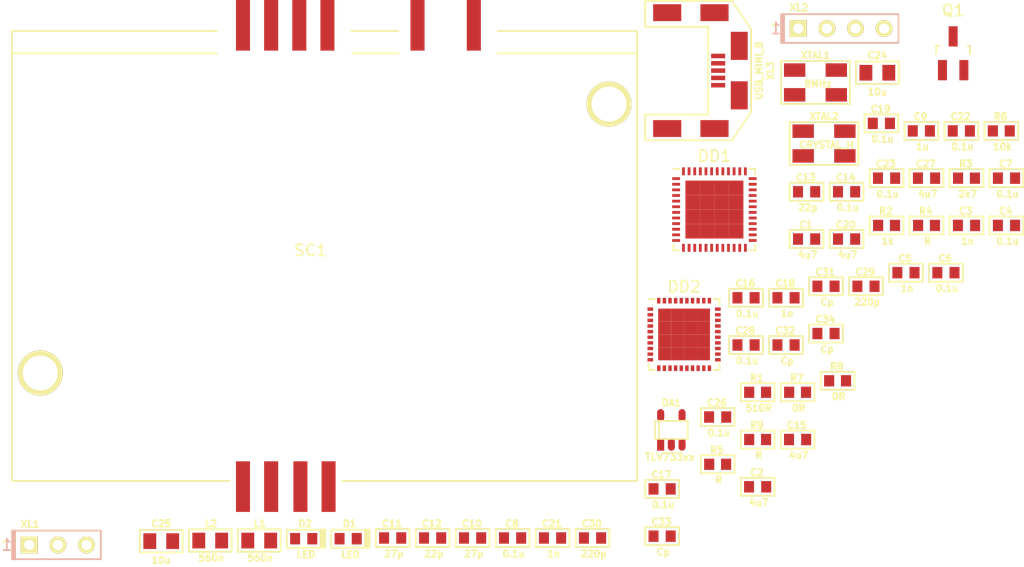
<source format=kicad_pcb>
(kicad_pcb (version 4) (host pcbnew 4.0.2-stable)

  (general
    (links 151)
    (no_connects 151)
    (area 0 0 0 0)
    (thickness 1.6)
    (drawings 0)
    (tracks 0)
    (zones 0)
    (modules 57)
    (nets 77)
  )

  (page A4)
  (layers
    (0 F.Cu signal)
    (31 B.Cu signal)
    (32 B.Adhes user)
    (33 F.Adhes user)
    (34 B.Paste user)
    (35 F.Paste user)
    (36 B.SilkS user)
    (37 F.SilkS user)
    (38 B.Mask user)
    (39 F.Mask user)
    (40 Dwgs.User user)
    (41 Cmts.User user)
    (42 Eco1.User user)
    (43 Eco2.User user)
    (44 Edge.Cuts user)
    (45 Margin user)
    (46 B.CrtYd user)
    (47 F.CrtYd user)
    (48 B.Fab user)
    (49 F.Fab user)
  )

  (setup
    (last_trace_width 0.25)
    (trace_clearance 0.2)
    (zone_clearance 0.508)
    (zone_45_only no)
    (trace_min 0.2)
    (segment_width 0.2)
    (edge_width 0.15)
    (via_size 0.6)
    (via_drill 0.4)
    (via_min_size 0.4)
    (via_min_drill 0.3)
    (uvia_size 0.3)
    (uvia_drill 0.1)
    (uvias_allowed no)
    (uvia_min_size 0.2)
    (uvia_min_drill 0.1)
    (pcb_text_width 0.3)
    (pcb_text_size 1.5 1.5)
    (mod_edge_width 0.15)
    (mod_text_size 1 1)
    (mod_text_width 0.15)
    (pad_size 1.524 1.524)
    (pad_drill 0.762)
    (pad_to_mask_clearance 0.2)
    (aux_axis_origin 0 0)
    (visible_elements 7FFFFFFF)
    (pcbplotparams
      (layerselection 0x00030_80000001)
      (usegerberextensions false)
      (excludeedgelayer true)
      (linewidth 0.100000)
      (plotframeref false)
      (viasonmask false)
      (mode 1)
      (useauxorigin false)
      (hpglpennumber 1)
      (hpglpenspeed 20)
      (hpglpendiameter 15)
      (hpglpenoverlay 2)
      (psnegative false)
      (psa4output false)
      (plotreference true)
      (plotvalue true)
      (plotinvisibletext false)
      (padsonsilk false)
      (subtractmaskfromsilk false)
      (outputformat 1)
      (mirror false)
      (drillshape 1)
      (scaleselection 1)
      (outputdirectory ""))
  )

  (net 0 "")
  (net 1 /SC_VCC)
  (net 2 /SC_RESET)
  (net 3 /SC_CLK)
  (net 4 GND)
  (net 5 /SC_VPP)
  (net 6 /SC_IO)
  (net 7 /SC_STATE)
  (net 8 +3.3V)
  (net 9 "Net-(C10-Pad1)")
  (net 10 "Net-(C11-Pad1)")
  (net 11 "Net-(C12-Pad1)")
  (net 12 "Net-(C13-Pad1)")
  (net 13 /PN_VDD)
  (net 14 "Net-(C16-Pad1)")
  (net 15 "Net-(C18-Pad1)")
  (net 16 "Net-(C18-Pad2)")
  (net 17 +5V)
  (net 18 "Net-(DD1-Pad2)")
  (net 19 "Net-(DD1-Pad3)")
  (net 20 "Net-(DD1-Pad4)")
  (net 21 "Net-(DD1-Pad6)")
  (net 22 "Net-(DD1-Pad7)")
  (net 23 "Net-(DD1-Pad10)")
  (net 24 /LED_RED)
  (net 25 /PN_NSS)
  (net 26 /PN_IRQ)
  (net 27 /LED_BLUE)
  (net 28 "Net-(DD1-Pad22)")
  (net 29 "Net-(DD1-Pad25)")
  (net 30 "Net-(DD1-Pad26)")
  (net 31 "Net-(DD1-Pad27)")
  (net 32 "Net-(DD1-Pad28)")
  (net 33 "Net-(DD1-Pad29)")
  (net 34 /DBG_TX)
  (net 35 /DBG_RX)
  (net 36 /USB_DM)
  (net 37 /USB_DP)
  (net 38 /SWDIO)
  (net 39 /SWCLK)
  (net 40 "Net-(DD1-Pad38)")
  (net 41 /PN_SCK)
  (net 42 /PN_MISO)
  (net 43 /PN_MOSI)
  (net 44 "Net-(DD1-Pad42)")
  (net 45 "Net-(DD1-Pad43)")
  (net 46 "Net-(DD1-Pad45)")
  (net 47 "Net-(DD1-Pad46)")
  (net 48 "Net-(DD2-Pad2)")
  (net 49 /ANT1)
  (net 50 /ANT2)
  (net 51 "Net-(DD2-Pad12)")
  (net 52 "Net-(DD2-Pad13)")
  (net 53 "Net-(DD2-Pad19)")
  (net 54 "Net-(DD2-Pad20)")
  (net 55 "Net-(DD2-Pad21)")
  (net 56 "Net-(DD2-Pad22)")
  (net 57 "Net-(DD2-Pad24)")
  (net 58 "Net-(DD2-Pad26)")
  (net 59 "Net-(DD2-Pad31)")
  (net 60 "Net-(DD2-Pad32)")
  (net 61 "Net-(DD2-Pad33)")
  (net 62 "Net-(DD2-Pad34)")
  (net 63 "Net-(DD2-Pad35)")
  (net 64 "Net-(DD2-Pad36)")
  (net 65 "Net-(DD2-Pad37)")
  (net 66 /PN_RESET)
  (net 67 /RX_NET)
  (net 68 /SC_POWER)
  (net 69 "Net-(C30-Pad2)")
  (net 70 "Net-(C31-Pad1)")
  (net 71 "Net-(C32-Pad1)")
  (net 72 "Net-(D1-PadC)")
  (net 73 "Net-(D2-PadC)")
  (net 74 "Net-(DA1-Pad4)")
  (net 75 "Net-(R7-Pad1)")
  (net 76 "Net-(SC1-PadNC)")

  (net_class Default "This is the default net class."
    (clearance 0.2)
    (trace_width 0.25)
    (via_dia 0.6)
    (via_drill 0.4)
    (uvia_dia 0.3)
    (uvia_drill 0.1)
    (add_net +3.3V)
    (add_net +5V)
    (add_net /ANT1)
    (add_net /ANT2)
    (add_net /DBG_RX)
    (add_net /DBG_TX)
    (add_net /LED_BLUE)
    (add_net /LED_RED)
    (add_net /PN_IRQ)
    (add_net /PN_MISO)
    (add_net /PN_MOSI)
    (add_net /PN_NSS)
    (add_net /PN_RESET)
    (add_net /PN_SCK)
    (add_net /PN_VDD)
    (add_net /RX_NET)
    (add_net /SC_CLK)
    (add_net /SC_IO)
    (add_net /SC_POWER)
    (add_net /SC_RESET)
    (add_net /SC_STATE)
    (add_net /SC_VCC)
    (add_net /SC_VPP)
    (add_net /SWCLK)
    (add_net /SWDIO)
    (add_net /USB_DM)
    (add_net /USB_DP)
    (add_net GND)
    (add_net "Net-(C10-Pad1)")
    (add_net "Net-(C11-Pad1)")
    (add_net "Net-(C12-Pad1)")
    (add_net "Net-(C13-Pad1)")
    (add_net "Net-(C16-Pad1)")
    (add_net "Net-(C18-Pad1)")
    (add_net "Net-(C18-Pad2)")
    (add_net "Net-(C30-Pad2)")
    (add_net "Net-(C31-Pad1)")
    (add_net "Net-(C32-Pad1)")
    (add_net "Net-(D1-PadC)")
    (add_net "Net-(D2-PadC)")
    (add_net "Net-(DA1-Pad4)")
    (add_net "Net-(DD1-Pad10)")
    (add_net "Net-(DD1-Pad2)")
    (add_net "Net-(DD1-Pad22)")
    (add_net "Net-(DD1-Pad25)")
    (add_net "Net-(DD1-Pad26)")
    (add_net "Net-(DD1-Pad27)")
    (add_net "Net-(DD1-Pad28)")
    (add_net "Net-(DD1-Pad29)")
    (add_net "Net-(DD1-Pad3)")
    (add_net "Net-(DD1-Pad38)")
    (add_net "Net-(DD1-Pad4)")
    (add_net "Net-(DD1-Pad42)")
    (add_net "Net-(DD1-Pad43)")
    (add_net "Net-(DD1-Pad45)")
    (add_net "Net-(DD1-Pad46)")
    (add_net "Net-(DD1-Pad6)")
    (add_net "Net-(DD1-Pad7)")
    (add_net "Net-(DD2-Pad12)")
    (add_net "Net-(DD2-Pad13)")
    (add_net "Net-(DD2-Pad19)")
    (add_net "Net-(DD2-Pad2)")
    (add_net "Net-(DD2-Pad20)")
    (add_net "Net-(DD2-Pad21)")
    (add_net "Net-(DD2-Pad22)")
    (add_net "Net-(DD2-Pad24)")
    (add_net "Net-(DD2-Pad26)")
    (add_net "Net-(DD2-Pad31)")
    (add_net "Net-(DD2-Pad32)")
    (add_net "Net-(DD2-Pad33)")
    (add_net "Net-(DD2-Pad34)")
    (add_net "Net-(DD2-Pad35)")
    (add_net "Net-(DD2-Pad36)")
    (add_net "Net-(DD2-Pad37)")
    (add_net "Net-(R7-Pad1)")
    (add_net "Net-(SC1-PadNC)")
  )

  (module Capacitors:CAP_0603 (layer F.Cu) (tedit 551AC0D3) (tstamp 56FE7302)
    (at 189.825001 85.945)
    (path /56EF2CF8)
    (attr smd)
    (fp_text reference C1 (at -0.0635 -1.27) (layer F.SilkS)
      (effects (font (size 0.6 0.6) (thickness 0.15)))
    )
    (fp_text value 4u7 (at 0.09906 1.39954) (layer F.SilkS)
      (effects (font (size 0.6 0.6) (thickness 0.15)))
    )
    (fp_line (start -1.5 0) (end -1.5 -0.8) (layer F.SilkS) (width 0.15))
    (fp_line (start -1.5 -0.8) (end 1.5 -0.8) (layer F.SilkS) (width 0.15))
    (fp_line (start 1.5 -0.8) (end 1.5 0.8) (layer F.SilkS) (width 0.15))
    (fp_line (start 1.5 0.8) (end -1.5 0.8) (layer F.SilkS) (width 0.15))
    (fp_line (start -1.5 0.8) (end -1.5 0) (layer F.SilkS) (width 0.15))
    (pad 1 smd rect (at -0.762 0) (size 0.889 1.016) (layers F.Cu F.Paste F.Mask)
      (net 8 +3.3V))
    (pad 2 smd rect (at 0.762 0) (size 0.889 1.016) (layers F.Cu F.Paste F.Mask)
      (net 4 GND))
    (model 3d\c_0603.wrl
      (at (xyz 0 0 0))
      (scale (xyz 1 1 1))
      (rotate (xyz 0 0 0))
    )
  )

  (module Capacitors:CAP_0603 (layer F.Cu) (tedit 551AC0D3) (tstamp 56FE7308)
    (at 185.475001 107.965)
    (path /56EF2C85)
    (attr smd)
    (fp_text reference C2 (at -0.0635 -1.27) (layer F.SilkS)
      (effects (font (size 0.6 0.6) (thickness 0.15)))
    )
    (fp_text value 4u7 (at 0.09906 1.39954) (layer F.SilkS)
      (effects (font (size 0.6 0.6) (thickness 0.15)))
    )
    (fp_line (start -1.5 0) (end -1.5 -0.8) (layer F.SilkS) (width 0.15))
    (fp_line (start -1.5 -0.8) (end 1.5 -0.8) (layer F.SilkS) (width 0.15))
    (fp_line (start 1.5 -0.8) (end 1.5 0.8) (layer F.SilkS) (width 0.15))
    (fp_line (start 1.5 0.8) (end -1.5 0.8) (layer F.SilkS) (width 0.15))
    (fp_line (start -1.5 0.8) (end -1.5 0) (layer F.SilkS) (width 0.15))
    (pad 1 smd rect (at -0.762 0) (size 0.889 1.016) (layers F.Cu F.Paste F.Mask)
      (net 8 +3.3V))
    (pad 2 smd rect (at 0.762 0) (size 0.889 1.016) (layers F.Cu F.Paste F.Mask)
      (net 4 GND))
    (model 3d\c_0603.wrl
      (at (xyz 0 0 0))
      (scale (xyz 1 1 1))
      (rotate (xyz 0 0 0))
    )
  )

  (module Capacitors:CAP_0603 (layer F.Cu) (tedit 551AC0D3) (tstamp 56FE730E)
    (at 204.025001 84.735)
    (path /56EF2C54)
    (attr smd)
    (fp_text reference C3 (at -0.0635 -1.27) (layer F.SilkS)
      (effects (font (size 0.6 0.6) (thickness 0.15)))
    )
    (fp_text value 1n (at 0.09906 1.39954) (layer F.SilkS)
      (effects (font (size 0.6 0.6) (thickness 0.15)))
    )
    (fp_line (start -1.5 0) (end -1.5 -0.8) (layer F.SilkS) (width 0.15))
    (fp_line (start -1.5 -0.8) (end 1.5 -0.8) (layer F.SilkS) (width 0.15))
    (fp_line (start 1.5 -0.8) (end 1.5 0.8) (layer F.SilkS) (width 0.15))
    (fp_line (start 1.5 0.8) (end -1.5 0.8) (layer F.SilkS) (width 0.15))
    (fp_line (start -1.5 0.8) (end -1.5 0) (layer F.SilkS) (width 0.15))
    (pad 1 smd rect (at -0.762 0) (size 0.889 1.016) (layers F.Cu F.Paste F.Mask)
      (net 8 +3.3V))
    (pad 2 smd rect (at 0.762 0) (size 0.889 1.016) (layers F.Cu F.Paste F.Mask)
      (net 4 GND))
    (model 3d\c_0603.wrl
      (at (xyz 0 0 0))
      (scale (xyz 1 1 1))
      (rotate (xyz 0 0 0))
    )
  )

  (module Capacitors:CAP_0603 (layer F.Cu) (tedit 551AC0D3) (tstamp 56FE7314)
    (at 207.575001 84.735)
    (path /56EF2B57)
    (attr smd)
    (fp_text reference C4 (at -0.0635 -1.27) (layer F.SilkS)
      (effects (font (size 0.6 0.6) (thickness 0.15)))
    )
    (fp_text value 0.1u (at 0.09906 1.39954) (layer F.SilkS)
      (effects (font (size 0.6 0.6) (thickness 0.15)))
    )
    (fp_line (start -1.5 0) (end -1.5 -0.8) (layer F.SilkS) (width 0.15))
    (fp_line (start -1.5 -0.8) (end 1.5 -0.8) (layer F.SilkS) (width 0.15))
    (fp_line (start 1.5 -0.8) (end 1.5 0.8) (layer F.SilkS) (width 0.15))
    (fp_line (start 1.5 0.8) (end -1.5 0.8) (layer F.SilkS) (width 0.15))
    (fp_line (start -1.5 0.8) (end -1.5 0) (layer F.SilkS) (width 0.15))
    (pad 1 smd rect (at -0.762 0) (size 0.889 1.016) (layers F.Cu F.Paste F.Mask)
      (net 8 +3.3V))
    (pad 2 smd rect (at 0.762 0) (size 0.889 1.016) (layers F.Cu F.Paste F.Mask)
      (net 4 GND))
    (model 3d\c_0603.wrl
      (at (xyz 0 0 0))
      (scale (xyz 1 1 1))
      (rotate (xyz 0 0 0))
    )
  )

  (module Capacitors:CAP_0603 (layer F.Cu) (tedit 551AC0D3) (tstamp 56FE731A)
    (at 198.645001 88.935)
    (path /56EF2AFA)
    (attr smd)
    (fp_text reference C5 (at -0.0635 -1.27) (layer F.SilkS)
      (effects (font (size 0.6 0.6) (thickness 0.15)))
    )
    (fp_text value 1n (at 0.09906 1.39954) (layer F.SilkS)
      (effects (font (size 0.6 0.6) (thickness 0.15)))
    )
    (fp_line (start -1.5 0) (end -1.5 -0.8) (layer F.SilkS) (width 0.15))
    (fp_line (start -1.5 -0.8) (end 1.5 -0.8) (layer F.SilkS) (width 0.15))
    (fp_line (start 1.5 -0.8) (end 1.5 0.8) (layer F.SilkS) (width 0.15))
    (fp_line (start 1.5 0.8) (end -1.5 0.8) (layer F.SilkS) (width 0.15))
    (fp_line (start -1.5 0.8) (end -1.5 0) (layer F.SilkS) (width 0.15))
    (pad 1 smd rect (at -0.762 0) (size 0.889 1.016) (layers F.Cu F.Paste F.Mask)
      (net 8 +3.3V))
    (pad 2 smd rect (at 0.762 0) (size 0.889 1.016) (layers F.Cu F.Paste F.Mask)
      (net 4 GND))
    (model 3d\c_0603.wrl
      (at (xyz 0 0 0))
      (scale (xyz 1 1 1))
      (rotate (xyz 0 0 0))
    )
  )

  (module Capacitors:CAP_0603 (layer F.Cu) (tedit 551AC0D3) (tstamp 56FE7320)
    (at 202.195001 88.935)
    (path /56EF2A47)
    (attr smd)
    (fp_text reference C6 (at -0.0635 -1.27) (layer F.SilkS)
      (effects (font (size 0.6 0.6) (thickness 0.15)))
    )
    (fp_text value 0.1u (at 0.09906 1.39954) (layer F.SilkS)
      (effects (font (size 0.6 0.6) (thickness 0.15)))
    )
    (fp_line (start -1.5 0) (end -1.5 -0.8) (layer F.SilkS) (width 0.15))
    (fp_line (start -1.5 -0.8) (end 1.5 -0.8) (layer F.SilkS) (width 0.15))
    (fp_line (start 1.5 -0.8) (end 1.5 0.8) (layer F.SilkS) (width 0.15))
    (fp_line (start 1.5 0.8) (end -1.5 0.8) (layer F.SilkS) (width 0.15))
    (fp_line (start -1.5 0.8) (end -1.5 0) (layer F.SilkS) (width 0.15))
    (pad 1 smd rect (at -0.762 0) (size 0.889 1.016) (layers F.Cu F.Paste F.Mask)
      (net 8 +3.3V))
    (pad 2 smd rect (at 0.762 0) (size 0.889 1.016) (layers F.Cu F.Paste F.Mask)
      (net 4 GND))
    (model 3d\c_0603.wrl
      (at (xyz 0 0 0))
      (scale (xyz 1 1 1))
      (rotate (xyz 0 0 0))
    )
  )

  (module Capacitors:CAP_0603 (layer F.Cu) (tedit 551AC0D3) (tstamp 56FE7326)
    (at 207.575001 80.535)
    (path /56EF2A1C)
    (attr smd)
    (fp_text reference C7 (at -0.0635 -1.27) (layer F.SilkS)
      (effects (font (size 0.6 0.6) (thickness 0.15)))
    )
    (fp_text value 0.1u (at 0.09906 1.39954) (layer F.SilkS)
      (effects (font (size 0.6 0.6) (thickness 0.15)))
    )
    (fp_line (start -1.5 0) (end -1.5 -0.8) (layer F.SilkS) (width 0.15))
    (fp_line (start -1.5 -0.8) (end 1.5 -0.8) (layer F.SilkS) (width 0.15))
    (fp_line (start 1.5 -0.8) (end 1.5 0.8) (layer F.SilkS) (width 0.15))
    (fp_line (start 1.5 0.8) (end -1.5 0.8) (layer F.SilkS) (width 0.15))
    (fp_line (start -1.5 0.8) (end -1.5 0) (layer F.SilkS) (width 0.15))
    (pad 1 smd rect (at -0.762 0) (size 0.889 1.016) (layers F.Cu F.Paste F.Mask)
      (net 8 +3.3V))
    (pad 2 smd rect (at 0.762 0) (size 0.889 1.016) (layers F.Cu F.Paste F.Mask)
      (net 4 GND))
    (model 3d\c_0603.wrl
      (at (xyz 0 0 0))
      (scale (xyz 1 1 1))
      (rotate (xyz 0 0 0))
    )
  )

  (module Capacitors:CAP_0603 (layer F.Cu) (tedit 551AC0D3) (tstamp 56FE732C)
    (at 163.715001 112.515)
    (path /56EF29F5)
    (attr smd)
    (fp_text reference C8 (at -0.0635 -1.27) (layer F.SilkS)
      (effects (font (size 0.6 0.6) (thickness 0.15)))
    )
    (fp_text value 0.1u (at 0.09906 1.39954) (layer F.SilkS)
      (effects (font (size 0.6 0.6) (thickness 0.15)))
    )
    (fp_line (start -1.5 0) (end -1.5 -0.8) (layer F.SilkS) (width 0.15))
    (fp_line (start -1.5 -0.8) (end 1.5 -0.8) (layer F.SilkS) (width 0.15))
    (fp_line (start 1.5 -0.8) (end 1.5 0.8) (layer F.SilkS) (width 0.15))
    (fp_line (start 1.5 0.8) (end -1.5 0.8) (layer F.SilkS) (width 0.15))
    (fp_line (start -1.5 0.8) (end -1.5 0) (layer F.SilkS) (width 0.15))
    (pad 1 smd rect (at -0.762 0) (size 0.889 1.016) (layers F.Cu F.Paste F.Mask)
      (net 8 +3.3V))
    (pad 2 smd rect (at 0.762 0) (size 0.889 1.016) (layers F.Cu F.Paste F.Mask)
      (net 4 GND))
    (model 3d\c_0603.wrl
      (at (xyz 0 0 0))
      (scale (xyz 1 1 1))
      (rotate (xyz 0 0 0))
    )
  )

  (module Capacitors:CAP_0603 (layer F.Cu) (tedit 551AC0D3) (tstamp 56FE7332)
    (at 200.015001 76.335)
    (path /56EF29C4)
    (attr smd)
    (fp_text reference C9 (at -0.0635 -1.27) (layer F.SilkS)
      (effects (font (size 0.6 0.6) (thickness 0.15)))
    )
    (fp_text value 1u (at 0.09906 1.39954) (layer F.SilkS)
      (effects (font (size 0.6 0.6) (thickness 0.15)))
    )
    (fp_line (start -1.5 0) (end -1.5 -0.8) (layer F.SilkS) (width 0.15))
    (fp_line (start -1.5 -0.8) (end 1.5 -0.8) (layer F.SilkS) (width 0.15))
    (fp_line (start 1.5 -0.8) (end 1.5 0.8) (layer F.SilkS) (width 0.15))
    (fp_line (start 1.5 0.8) (end -1.5 0.8) (layer F.SilkS) (width 0.15))
    (fp_line (start -1.5 0.8) (end -1.5 0) (layer F.SilkS) (width 0.15))
    (pad 1 smd rect (at -0.762 0) (size 0.889 1.016) (layers F.Cu F.Paste F.Mask)
      (net 8 +3.3V))
    (pad 2 smd rect (at 0.762 0) (size 0.889 1.016) (layers F.Cu F.Paste F.Mask)
      (net 4 GND))
    (model 3d\c_0603.wrl
      (at (xyz 0 0 0))
      (scale (xyz 1 1 1))
      (rotate (xyz 0 0 0))
    )
  )

  (module Capacitors:CAP_0603 (layer F.Cu) (tedit 551AC0D3) (tstamp 56FE7338)
    (at 160.165001 112.515)
    (path /56EF167F)
    (attr smd)
    (fp_text reference C10 (at -0.0635 -1.27) (layer F.SilkS)
      (effects (font (size 0.6 0.6) (thickness 0.15)))
    )
    (fp_text value 27p (at 0.09906 1.39954) (layer F.SilkS)
      (effects (font (size 0.6 0.6) (thickness 0.15)))
    )
    (fp_line (start -1.5 0) (end -1.5 -0.8) (layer F.SilkS) (width 0.15))
    (fp_line (start -1.5 -0.8) (end 1.5 -0.8) (layer F.SilkS) (width 0.15))
    (fp_line (start 1.5 -0.8) (end 1.5 0.8) (layer F.SilkS) (width 0.15))
    (fp_line (start 1.5 0.8) (end -1.5 0.8) (layer F.SilkS) (width 0.15))
    (fp_line (start -1.5 0.8) (end -1.5 0) (layer F.SilkS) (width 0.15))
    (pad 1 smd rect (at -0.762 0) (size 0.889 1.016) (layers F.Cu F.Paste F.Mask)
      (net 9 "Net-(C10-Pad1)"))
    (pad 2 smd rect (at 0.762 0) (size 0.889 1.016) (layers F.Cu F.Paste F.Mask)
      (net 4 GND))
    (model 3d\c_0603.wrl
      (at (xyz 0 0 0))
      (scale (xyz 1 1 1))
      (rotate (xyz 0 0 0))
    )
  )

  (module Capacitors:CAP_0603 (layer F.Cu) (tedit 551AC0D3) (tstamp 56FE733E)
    (at 153.065001 112.515)
    (path /56EF16A6)
    (attr smd)
    (fp_text reference C11 (at -0.0635 -1.27) (layer F.SilkS)
      (effects (font (size 0.6 0.6) (thickness 0.15)))
    )
    (fp_text value 27p (at 0.09906 1.39954) (layer F.SilkS)
      (effects (font (size 0.6 0.6) (thickness 0.15)))
    )
    (fp_line (start -1.5 0) (end -1.5 -0.8) (layer F.SilkS) (width 0.15))
    (fp_line (start -1.5 -0.8) (end 1.5 -0.8) (layer F.SilkS) (width 0.15))
    (fp_line (start 1.5 -0.8) (end 1.5 0.8) (layer F.SilkS) (width 0.15))
    (fp_line (start 1.5 0.8) (end -1.5 0.8) (layer F.SilkS) (width 0.15))
    (fp_line (start -1.5 0.8) (end -1.5 0) (layer F.SilkS) (width 0.15))
    (pad 1 smd rect (at -0.762 0) (size 0.889 1.016) (layers F.Cu F.Paste F.Mask)
      (net 10 "Net-(C11-Pad1)"))
    (pad 2 smd rect (at 0.762 0) (size 0.889 1.016) (layers F.Cu F.Paste F.Mask)
      (net 4 GND))
    (model 3d\c_0603.wrl
      (at (xyz 0 0 0))
      (scale (xyz 1 1 1))
      (rotate (xyz 0 0 0))
    )
  )

  (module Capacitors:CAP_0603 (layer F.Cu) (tedit 551AC0D3) (tstamp 56FE7344)
    (at 156.615001 112.515)
    (path /56EF4EEE)
    (attr smd)
    (fp_text reference C12 (at -0.0635 -1.27) (layer F.SilkS)
      (effects (font (size 0.6 0.6) (thickness 0.15)))
    )
    (fp_text value 22p (at 0.09906 1.39954) (layer F.SilkS)
      (effects (font (size 0.6 0.6) (thickness 0.15)))
    )
    (fp_line (start -1.5 0) (end -1.5 -0.8) (layer F.SilkS) (width 0.15))
    (fp_line (start -1.5 -0.8) (end 1.5 -0.8) (layer F.SilkS) (width 0.15))
    (fp_line (start 1.5 -0.8) (end 1.5 0.8) (layer F.SilkS) (width 0.15))
    (fp_line (start 1.5 0.8) (end -1.5 0.8) (layer F.SilkS) (width 0.15))
    (fp_line (start -1.5 0.8) (end -1.5 0) (layer F.SilkS) (width 0.15))
    (pad 1 smd rect (at -0.762 0) (size 0.889 1.016) (layers F.Cu F.Paste F.Mask)
      (net 11 "Net-(C12-Pad1)"))
    (pad 2 smd rect (at 0.762 0) (size 0.889 1.016) (layers F.Cu F.Paste F.Mask)
      (net 4 GND))
    (model 3d\c_0603.wrl
      (at (xyz 0 0 0))
      (scale (xyz 1 1 1))
      (rotate (xyz 0 0 0))
    )
  )

  (module Capacitors:CAP_0603 (layer F.Cu) (tedit 551AC0D3) (tstamp 56FE734A)
    (at 189.825001 81.745)
    (path /56EF4F33)
    (attr smd)
    (fp_text reference C13 (at -0.0635 -1.27) (layer F.SilkS)
      (effects (font (size 0.6 0.6) (thickness 0.15)))
    )
    (fp_text value 22p (at 0.09906 1.39954) (layer F.SilkS)
      (effects (font (size 0.6 0.6) (thickness 0.15)))
    )
    (fp_line (start -1.5 0) (end -1.5 -0.8) (layer F.SilkS) (width 0.15))
    (fp_line (start -1.5 -0.8) (end 1.5 -0.8) (layer F.SilkS) (width 0.15))
    (fp_line (start 1.5 -0.8) (end 1.5 0.8) (layer F.SilkS) (width 0.15))
    (fp_line (start 1.5 0.8) (end -1.5 0.8) (layer F.SilkS) (width 0.15))
    (fp_line (start -1.5 0.8) (end -1.5 0) (layer F.SilkS) (width 0.15))
    (pad 1 smd rect (at -0.762 0) (size 0.889 1.016) (layers F.Cu F.Paste F.Mask)
      (net 12 "Net-(C13-Pad1)"))
    (pad 2 smd rect (at 0.762 0) (size 0.889 1.016) (layers F.Cu F.Paste F.Mask)
      (net 4 GND))
    (model 3d\c_0603.wrl
      (at (xyz 0 0 0))
      (scale (xyz 1 1 1))
      (rotate (xyz 0 0 0))
    )
  )

  (module Capacitors:CAP_0603 (layer F.Cu) (tedit 551AC0D3) (tstamp 56FE7350)
    (at 193.375001 81.745)
    (path /56EFA276)
    (attr smd)
    (fp_text reference C14 (at -0.0635 -1.27) (layer F.SilkS)
      (effects (font (size 0.6 0.6) (thickness 0.15)))
    )
    (fp_text value 0.1u (at 0.09906 1.39954) (layer F.SilkS)
      (effects (font (size 0.6 0.6) (thickness 0.15)))
    )
    (fp_line (start -1.5 0) (end -1.5 -0.8) (layer F.SilkS) (width 0.15))
    (fp_line (start -1.5 -0.8) (end 1.5 -0.8) (layer F.SilkS) (width 0.15))
    (fp_line (start 1.5 -0.8) (end 1.5 0.8) (layer F.SilkS) (width 0.15))
    (fp_line (start 1.5 0.8) (end -1.5 0.8) (layer F.SilkS) (width 0.15))
    (fp_line (start -1.5 0.8) (end -1.5 0) (layer F.SilkS) (width 0.15))
    (pad 1 smd rect (at -0.762 0) (size 0.889 1.016) (layers F.Cu F.Paste F.Mask)
      (net 13 /PN_VDD))
    (pad 2 smd rect (at 0.762 0) (size 0.889 1.016) (layers F.Cu F.Paste F.Mask)
      (net 4 GND))
    (model 3d\c_0603.wrl
      (at (xyz 0 0 0))
      (scale (xyz 1 1 1))
      (rotate (xyz 0 0 0))
    )
  )

  (module Capacitors:CAP_0603 (layer F.Cu) (tedit 551AC0D3) (tstamp 56FE7356)
    (at 189.025001 103.765)
    (path /56EFA2D3)
    (attr smd)
    (fp_text reference C15 (at -0.0635 -1.27) (layer F.SilkS)
      (effects (font (size 0.6 0.6) (thickness 0.15)))
    )
    (fp_text value 4u7 (at 0.09906 1.39954) (layer F.SilkS)
      (effects (font (size 0.6 0.6) (thickness 0.15)))
    )
    (fp_line (start -1.5 0) (end -1.5 -0.8) (layer F.SilkS) (width 0.15))
    (fp_line (start -1.5 -0.8) (end 1.5 -0.8) (layer F.SilkS) (width 0.15))
    (fp_line (start 1.5 -0.8) (end 1.5 0.8) (layer F.SilkS) (width 0.15))
    (fp_line (start 1.5 0.8) (end -1.5 0.8) (layer F.SilkS) (width 0.15))
    (fp_line (start -1.5 0.8) (end -1.5 0) (layer F.SilkS) (width 0.15))
    (pad 1 smd rect (at -0.762 0) (size 0.889 1.016) (layers F.Cu F.Paste F.Mask)
      (net 13 /PN_VDD))
    (pad 2 smd rect (at 0.762 0) (size 0.889 1.016) (layers F.Cu F.Paste F.Mask)
      (net 4 GND))
    (model 3d\c_0603.wrl
      (at (xyz 0 0 0))
      (scale (xyz 1 1 1))
      (rotate (xyz 0 0 0))
    )
  )

  (module Capacitors:CAP_0603 (layer F.Cu) (tedit 551AC0D3) (tstamp 56FE735C)
    (at 184.445001 91.165)
    (path /56EF7417)
    (attr smd)
    (fp_text reference C16 (at -0.0635 -1.27) (layer F.SilkS)
      (effects (font (size 0.6 0.6) (thickness 0.15)))
    )
    (fp_text value 0.1u (at 0.09906 1.39954) (layer F.SilkS)
      (effects (font (size 0.6 0.6) (thickness 0.15)))
    )
    (fp_line (start -1.5 0) (end -1.5 -0.8) (layer F.SilkS) (width 0.15))
    (fp_line (start -1.5 -0.8) (end 1.5 -0.8) (layer F.SilkS) (width 0.15))
    (fp_line (start 1.5 -0.8) (end 1.5 0.8) (layer F.SilkS) (width 0.15))
    (fp_line (start 1.5 0.8) (end -1.5 0.8) (layer F.SilkS) (width 0.15))
    (fp_line (start -1.5 0.8) (end -1.5 0) (layer F.SilkS) (width 0.15))
    (pad 1 smd rect (at -0.762 0) (size 0.889 1.016) (layers F.Cu F.Paste F.Mask)
      (net 14 "Net-(C16-Pad1)"))
    (pad 2 smd rect (at 0.762 0) (size 0.889 1.016) (layers F.Cu F.Paste F.Mask)
      (net 4 GND))
    (model 3d\c_0603.wrl
      (at (xyz 0 0 0))
      (scale (xyz 1 1 1))
      (rotate (xyz 0 0 0))
    )
  )

  (module Capacitors:CAP_0603 (layer F.Cu) (tedit 551AC0D3) (tstamp 56FE7362)
    (at 176.995001 108.155)
    (path /56EFA54D)
    (attr smd)
    (fp_text reference C17 (at -0.0635 -1.27) (layer F.SilkS)
      (effects (font (size 0.6 0.6) (thickness 0.15)))
    )
    (fp_text value 0.1u (at 0.09906 1.39954) (layer F.SilkS)
      (effects (font (size 0.6 0.6) (thickness 0.15)))
    )
    (fp_line (start -1.5 0) (end -1.5 -0.8) (layer F.SilkS) (width 0.15))
    (fp_line (start -1.5 -0.8) (end 1.5 -0.8) (layer F.SilkS) (width 0.15))
    (fp_line (start 1.5 -0.8) (end 1.5 0.8) (layer F.SilkS) (width 0.15))
    (fp_line (start 1.5 0.8) (end -1.5 0.8) (layer F.SilkS) (width 0.15))
    (fp_line (start -1.5 0.8) (end -1.5 0) (layer F.SilkS) (width 0.15))
    (pad 1 smd rect (at -0.762 0) (size 0.889 1.016) (layers F.Cu F.Paste F.Mask)
      (net 13 /PN_VDD))
    (pad 2 smd rect (at 0.762 0) (size 0.889 1.016) (layers F.Cu F.Paste F.Mask)
      (net 4 GND))
    (model 3d\c_0603.wrl
      (at (xyz 0 0 0))
      (scale (xyz 1 1 1))
      (rotate (xyz 0 0 0))
    )
  )

  (module Capacitors:CAP_0603 (layer F.Cu) (tedit 551AC0D3) (tstamp 56FE7368)
    (at 187.995001 91.165)
    (path /56EF658F)
    (attr smd)
    (fp_text reference C18 (at -0.0635 -1.27) (layer F.SilkS)
      (effects (font (size 0.6 0.6) (thickness 0.15)))
    )
    (fp_text value 1n (at 0.09906 1.39954) (layer F.SilkS)
      (effects (font (size 0.6 0.6) (thickness 0.15)))
    )
    (fp_line (start -1.5 0) (end -1.5 -0.8) (layer F.SilkS) (width 0.15))
    (fp_line (start -1.5 -0.8) (end 1.5 -0.8) (layer F.SilkS) (width 0.15))
    (fp_line (start 1.5 -0.8) (end 1.5 0.8) (layer F.SilkS) (width 0.15))
    (fp_line (start 1.5 0.8) (end -1.5 0.8) (layer F.SilkS) (width 0.15))
    (fp_line (start -1.5 0.8) (end -1.5 0) (layer F.SilkS) (width 0.15))
    (pad 1 smd rect (at -0.762 0) (size 0.889 1.016) (layers F.Cu F.Paste F.Mask)
      (net 15 "Net-(C18-Pad1)"))
    (pad 2 smd rect (at 0.762 0) (size 0.889 1.016) (layers F.Cu F.Paste F.Mask)
      (net 16 "Net-(C18-Pad2)"))
    (model 3d\c_0603.wrl
      (at (xyz 0 0 0))
      (scale (xyz 1 1 1))
      (rotate (xyz 0 0 0))
    )
  )

  (module Capacitors:CAP_0603 (layer F.Cu) (tedit 551AC0D3) (tstamp 56FE736E)
    (at 196.465001 75.665)
    (path /56EFA5A0)
    (attr smd)
    (fp_text reference C19 (at -0.0635 -1.27) (layer F.SilkS)
      (effects (font (size 0.6 0.6) (thickness 0.15)))
    )
    (fp_text value 0.1u (at 0.09906 1.39954) (layer F.SilkS)
      (effects (font (size 0.6 0.6) (thickness 0.15)))
    )
    (fp_line (start -1.5 0) (end -1.5 -0.8) (layer F.SilkS) (width 0.15))
    (fp_line (start -1.5 -0.8) (end 1.5 -0.8) (layer F.SilkS) (width 0.15))
    (fp_line (start 1.5 -0.8) (end 1.5 0.8) (layer F.SilkS) (width 0.15))
    (fp_line (start 1.5 0.8) (end -1.5 0.8) (layer F.SilkS) (width 0.15))
    (fp_line (start -1.5 0.8) (end -1.5 0) (layer F.SilkS) (width 0.15))
    (pad 1 smd rect (at -0.762 0) (size 0.889 1.016) (layers F.Cu F.Paste F.Mask)
      (net 13 /PN_VDD))
    (pad 2 smd rect (at 0.762 0) (size 0.889 1.016) (layers F.Cu F.Paste F.Mask)
      (net 4 GND))
    (model 3d\c_0603.wrl
      (at (xyz 0 0 0))
      (scale (xyz 1 1 1))
      (rotate (xyz 0 0 0))
    )
  )

  (module Capacitors:CAP_0603 (layer F.Cu) (tedit 551AC0D3) (tstamp 56FE7374)
    (at 193.375001 85.945)
    (path /56EFA6D7)
    (attr smd)
    (fp_text reference C20 (at -0.0635 -1.27) (layer F.SilkS)
      (effects (font (size 0.6 0.6) (thickness 0.15)))
    )
    (fp_text value 4u7 (at 0.09906 1.39954) (layer F.SilkS)
      (effects (font (size 0.6 0.6) (thickness 0.15)))
    )
    (fp_line (start -1.5 0) (end -1.5 -0.8) (layer F.SilkS) (width 0.15))
    (fp_line (start -1.5 -0.8) (end 1.5 -0.8) (layer F.SilkS) (width 0.15))
    (fp_line (start 1.5 -0.8) (end 1.5 0.8) (layer F.SilkS) (width 0.15))
    (fp_line (start 1.5 0.8) (end -1.5 0.8) (layer F.SilkS) (width 0.15))
    (fp_line (start -1.5 0.8) (end -1.5 0) (layer F.SilkS) (width 0.15))
    (pad 1 smd rect (at -0.762 0) (size 0.889 1.016) (layers F.Cu F.Paste F.Mask)
      (net 13 /PN_VDD))
    (pad 2 smd rect (at 0.762 0) (size 0.889 1.016) (layers F.Cu F.Paste F.Mask)
      (net 4 GND))
    (model 3d\c_0603.wrl
      (at (xyz 0 0 0))
      (scale (xyz 1 1 1))
      (rotate (xyz 0 0 0))
    )
  )

  (module Capacitors:CAP_0603 (layer F.Cu) (tedit 551AC0D3) (tstamp 56FE737A)
    (at 167.265001 112.515)
    (path /56EFA728)
    (attr smd)
    (fp_text reference C21 (at -0.0635 -1.27) (layer F.SilkS)
      (effects (font (size 0.6 0.6) (thickness 0.15)))
    )
    (fp_text value 1n (at 0.09906 1.39954) (layer F.SilkS)
      (effects (font (size 0.6 0.6) (thickness 0.15)))
    )
    (fp_line (start -1.5 0) (end -1.5 -0.8) (layer F.SilkS) (width 0.15))
    (fp_line (start -1.5 -0.8) (end 1.5 -0.8) (layer F.SilkS) (width 0.15))
    (fp_line (start 1.5 -0.8) (end 1.5 0.8) (layer F.SilkS) (width 0.15))
    (fp_line (start 1.5 0.8) (end -1.5 0.8) (layer F.SilkS) (width 0.15))
    (fp_line (start -1.5 0.8) (end -1.5 0) (layer F.SilkS) (width 0.15))
    (pad 1 smd rect (at -0.762 0) (size 0.889 1.016) (layers F.Cu F.Paste F.Mask)
      (net 13 /PN_VDD))
    (pad 2 smd rect (at 0.762 0) (size 0.889 1.016) (layers F.Cu F.Paste F.Mask)
      (net 4 GND))
    (model 3d\c_0603.wrl
      (at (xyz 0 0 0))
      (scale (xyz 1 1 1))
      (rotate (xyz 0 0 0))
    )
  )

  (module Capacitors:CAP_0603 (layer F.Cu) (tedit 551AC0D3) (tstamp 56FE7380)
    (at 203.565001 76.335)
    (path /56EFA781)
    (attr smd)
    (fp_text reference C22 (at -0.0635 -1.27) (layer F.SilkS)
      (effects (font (size 0.6 0.6) (thickness 0.15)))
    )
    (fp_text value 0.1u (at 0.09906 1.39954) (layer F.SilkS)
      (effects (font (size 0.6 0.6) (thickness 0.15)))
    )
    (fp_line (start -1.5 0) (end -1.5 -0.8) (layer F.SilkS) (width 0.15))
    (fp_line (start -1.5 -0.8) (end 1.5 -0.8) (layer F.SilkS) (width 0.15))
    (fp_line (start 1.5 -0.8) (end 1.5 0.8) (layer F.SilkS) (width 0.15))
    (fp_line (start 1.5 0.8) (end -1.5 0.8) (layer F.SilkS) (width 0.15))
    (fp_line (start -1.5 0.8) (end -1.5 0) (layer F.SilkS) (width 0.15))
    (pad 1 smd rect (at -0.762 0) (size 0.889 1.016) (layers F.Cu F.Paste F.Mask)
      (net 8 +3.3V))
    (pad 2 smd rect (at 0.762 0) (size 0.889 1.016) (layers F.Cu F.Paste F.Mask)
      (net 4 GND))
    (model 3d\c_0603.wrl
      (at (xyz 0 0 0))
      (scale (xyz 1 1 1))
      (rotate (xyz 0 0 0))
    )
  )

  (module Capacitors:CAP_0603 (layer F.Cu) (tedit 551AC0D3) (tstamp 56FE7386)
    (at 196.925001 80.535)
    (path /56EFA7D4)
    (attr smd)
    (fp_text reference C23 (at -0.0635 -1.27) (layer F.SilkS)
      (effects (font (size 0.6 0.6) (thickness 0.15)))
    )
    (fp_text value 0.1u (at 0.09906 1.39954) (layer F.SilkS)
      (effects (font (size 0.6 0.6) (thickness 0.15)))
    )
    (fp_line (start -1.5 0) (end -1.5 -0.8) (layer F.SilkS) (width 0.15))
    (fp_line (start -1.5 -0.8) (end 1.5 -0.8) (layer F.SilkS) (width 0.15))
    (fp_line (start 1.5 -0.8) (end 1.5 0.8) (layer F.SilkS) (width 0.15))
    (fp_line (start 1.5 0.8) (end -1.5 0.8) (layer F.SilkS) (width 0.15))
    (fp_line (start -1.5 0.8) (end -1.5 0) (layer F.SilkS) (width 0.15))
    (pad 1 smd rect (at -0.762 0) (size 0.889 1.016) (layers F.Cu F.Paste F.Mask)
      (net 17 +5V))
    (pad 2 smd rect (at 0.762 0) (size 0.889 1.016) (layers F.Cu F.Paste F.Mask)
      (net 4 GND))
    (model 3d\c_0603.wrl
      (at (xyz 0 0 0))
      (scale (xyz 1 1 1))
      (rotate (xyz 0 0 0))
    )
  )

  (module Capacitors:CAP_0805 (layer F.Cu) (tedit 551AC196) (tstamp 56FE738C)
    (at 196.105001 71.165)
    (path /56EFA82B)
    (attr smd)
    (fp_text reference C24 (at 0 -1.55) (layer F.SilkS)
      (effects (font (size 0.6 0.6) (thickness 0.15)))
    )
    (fp_text value 10u (at 0 1.69926) (layer F.SilkS)
      (effects (font (size 0.6 0.6) (thickness 0.15)))
    )
    (fp_line (start -1.9 -1) (end 1.9 -1) (layer F.SilkS) (width 0.15))
    (fp_line (start 1.9 -1) (end 1.9 1) (layer F.SilkS) (width 0.15))
    (fp_line (start 1.9 1) (end -1.9 1) (layer F.SilkS) (width 0.15))
    (fp_line (start -1.9 1) (end -1.9 -1) (layer F.SilkS) (width 0.15))
    (pad 1 smd rect (at -1.016 0) (size 1.143 1.397) (layers F.Cu F.Paste F.Mask)
      (net 17 +5V))
    (pad 2 smd rect (at 1.016 0) (size 1.143 1.397) (layers F.Cu F.Paste F.Mask)
      (net 4 GND))
    (model 3d\c_0805.wrl
      (at (xyz 0 0 0))
      (scale (xyz 1 1 1))
      (rotate (xyz 0 0 0))
    )
  )

  (module Capacitors:CAP_0805 (layer F.Cu) (tedit 551AC196) (tstamp 56FE7392)
    (at 132.515001 112.795)
    (path /56F55473)
    (attr smd)
    (fp_text reference C25 (at 0 -1.55) (layer F.SilkS)
      (effects (font (size 0.6 0.6) (thickness 0.15)))
    )
    (fp_text value 10u (at 0 1.69926) (layer F.SilkS)
      (effects (font (size 0.6 0.6) (thickness 0.15)))
    )
    (fp_line (start -1.9 -1) (end 1.9 -1) (layer F.SilkS) (width 0.15))
    (fp_line (start 1.9 -1) (end 1.9 1) (layer F.SilkS) (width 0.15))
    (fp_line (start 1.9 1) (end -1.9 1) (layer F.SilkS) (width 0.15))
    (fp_line (start -1.9 1) (end -1.9 -1) (layer F.SilkS) (width 0.15))
    (pad 1 smd rect (at -1.016 0) (size 1.143 1.397) (layers F.Cu F.Paste F.Mask)
      (net 17 +5V))
    (pad 2 smd rect (at 1.016 0) (size 1.143 1.397) (layers F.Cu F.Paste F.Mask)
      (net 4 GND))
    (model 3d\c_0805.wrl
      (at (xyz 0 0 0))
      (scale (xyz 1 1 1))
      (rotate (xyz 0 0 0))
    )
  )

  (module Capacitors:CAP_0603 (layer F.Cu) (tedit 551AC0D3) (tstamp 56FE7398)
    (at 181.925001 101.765)
    (path /56F545CF)
    (attr smd)
    (fp_text reference C26 (at -0.0635 -1.27) (layer F.SilkS)
      (effects (font (size 0.6 0.6) (thickness 0.15)))
    )
    (fp_text value 0.1u (at 0.09906 1.39954) (layer F.SilkS)
      (effects (font (size 0.6 0.6) (thickness 0.15)))
    )
    (fp_line (start -1.5 0) (end -1.5 -0.8) (layer F.SilkS) (width 0.15))
    (fp_line (start -1.5 -0.8) (end 1.5 -0.8) (layer F.SilkS) (width 0.15))
    (fp_line (start 1.5 -0.8) (end 1.5 0.8) (layer F.SilkS) (width 0.15))
    (fp_line (start 1.5 0.8) (end -1.5 0.8) (layer F.SilkS) (width 0.15))
    (fp_line (start -1.5 0.8) (end -1.5 0) (layer F.SilkS) (width 0.15))
    (pad 1 smd rect (at -0.762 0) (size 0.889 1.016) (layers F.Cu F.Paste F.Mask)
      (net 8 +3.3V))
    (pad 2 smd rect (at 0.762 0) (size 0.889 1.016) (layers F.Cu F.Paste F.Mask)
      (net 4 GND))
    (model 3d\c_0603.wrl
      (at (xyz 0 0 0))
      (scale (xyz 1 1 1))
      (rotate (xyz 0 0 0))
    )
  )

  (module Capacitors:CAP_0603 (layer F.Cu) (tedit 551AC0D3) (tstamp 56FE739E)
    (at 200.475001 80.535)
    (path /56F54646)
    (attr smd)
    (fp_text reference C27 (at -0.0635 -1.27) (layer F.SilkS)
      (effects (font (size 0.6 0.6) (thickness 0.15)))
    )
    (fp_text value 4u7 (at 0.09906 1.39954) (layer F.SilkS)
      (effects (font (size 0.6 0.6) (thickness 0.15)))
    )
    (fp_line (start -1.5 0) (end -1.5 -0.8) (layer F.SilkS) (width 0.15))
    (fp_line (start -1.5 -0.8) (end 1.5 -0.8) (layer F.SilkS) (width 0.15))
    (fp_line (start 1.5 -0.8) (end 1.5 0.8) (layer F.SilkS) (width 0.15))
    (fp_line (start 1.5 0.8) (end -1.5 0.8) (layer F.SilkS) (width 0.15))
    (fp_line (start -1.5 0.8) (end -1.5 0) (layer F.SilkS) (width 0.15))
    (pad 1 smd rect (at -0.762 0) (size 0.889 1.016) (layers F.Cu F.Paste F.Mask)
      (net 8 +3.3V))
    (pad 2 smd rect (at 0.762 0) (size 0.889 1.016) (layers F.Cu F.Paste F.Mask)
      (net 4 GND))
    (model 3d\c_0603.wrl
      (at (xyz 0 0 0))
      (scale (xyz 1 1 1))
      (rotate (xyz 0 0 0))
    )
  )

  (module Capacitors:CAP_0603 (layer F.Cu) (tedit 551AC0D3) (tstamp 56FE73A4)
    (at 184.445001 95.365)
    (path /56F5AA52)
    (attr smd)
    (fp_text reference C28 (at -0.0635 -1.27) (layer F.SilkS)
      (effects (font (size 0.6 0.6) (thickness 0.15)))
    )
    (fp_text value 0.1u (at 0.09906 1.39954) (layer F.SilkS)
      (effects (font (size 0.6 0.6) (thickness 0.15)))
    )
    (fp_line (start -1.5 0) (end -1.5 -0.8) (layer F.SilkS) (width 0.15))
    (fp_line (start -1.5 -0.8) (end 1.5 -0.8) (layer F.SilkS) (width 0.15))
    (fp_line (start 1.5 -0.8) (end 1.5 0.8) (layer F.SilkS) (width 0.15))
    (fp_line (start 1.5 0.8) (end -1.5 0.8) (layer F.SilkS) (width 0.15))
    (fp_line (start -1.5 0.8) (end -1.5 0) (layer F.SilkS) (width 0.15))
    (pad 1 smd rect (at -0.762 0) (size 0.889 1.016) (layers F.Cu F.Paste F.Mask)
      (net 68 /SC_POWER))
    (pad 2 smd rect (at 0.762 0) (size 0.889 1.016) (layers F.Cu F.Paste F.Mask)
      (net 4 GND))
    (model 3d\c_0603.wrl
      (at (xyz 0 0 0))
      (scale (xyz 1 1 1))
      (rotate (xyz 0 0 0))
    )
  )

  (module Capacitors:CAP_0603 (layer F.Cu) (tedit 551AC0D3) (tstamp 56FE73AA)
    (at 195.095001 90.145)
    (path /56FE9870)
    (attr smd)
    (fp_text reference C29 (at -0.0635 -1.27) (layer F.SilkS)
      (effects (font (size 0.6 0.6) (thickness 0.15)))
    )
    (fp_text value 220p (at 0.09906 1.39954) (layer F.SilkS)
      (effects (font (size 0.6 0.6) (thickness 0.15)))
    )
    (fp_line (start -1.5 0) (end -1.5 -0.8) (layer F.SilkS) (width 0.15))
    (fp_line (start -1.5 -0.8) (end 1.5 -0.8) (layer F.SilkS) (width 0.15))
    (fp_line (start 1.5 -0.8) (end 1.5 0.8) (layer F.SilkS) (width 0.15))
    (fp_line (start 1.5 0.8) (end -1.5 0.8) (layer F.SilkS) (width 0.15))
    (fp_line (start -1.5 0.8) (end -1.5 0) (layer F.SilkS) (width 0.15))
    (pad 1 smd rect (at -0.762 0) (size 0.889 1.016) (layers F.Cu F.Paste F.Mask)
      (net 67 /RX_NET))
    (pad 2 smd rect (at 0.762 0) (size 0.889 1.016) (layers F.Cu F.Paste F.Mask)
      (net 4 GND))
    (model 3d\c_0603.wrl
      (at (xyz 0 0 0))
      (scale (xyz 1 1 1))
      (rotate (xyz 0 0 0))
    )
  )

  (module Capacitors:CAP_0603 (layer F.Cu) (tedit 551AC0D3) (tstamp 56FE73B0)
    (at 170.815001 112.515)
    (path /56FEA33A)
    (attr smd)
    (fp_text reference C30 (at -0.0635 -1.27) (layer F.SilkS)
      (effects (font (size 0.6 0.6) (thickness 0.15)))
    )
    (fp_text value 220p (at 0.09906 1.39954) (layer F.SilkS)
      (effects (font (size 0.6 0.6) (thickness 0.15)))
    )
    (fp_line (start -1.5 0) (end -1.5 -0.8) (layer F.SilkS) (width 0.15))
    (fp_line (start -1.5 -0.8) (end 1.5 -0.8) (layer F.SilkS) (width 0.15))
    (fp_line (start 1.5 -0.8) (end 1.5 0.8) (layer F.SilkS) (width 0.15))
    (fp_line (start 1.5 0.8) (end -1.5 0.8) (layer F.SilkS) (width 0.15))
    (fp_line (start -1.5 0.8) (end -1.5 0) (layer F.SilkS) (width 0.15))
    (pad 1 smd rect (at -0.762 0) (size 0.889 1.016) (layers F.Cu F.Paste F.Mask)
      (net 4 GND))
    (pad 2 smd rect (at 0.762 0) (size 0.889 1.016) (layers F.Cu F.Paste F.Mask)
      (net 69 "Net-(C30-Pad2)"))
    (model 3d\c_0603.wrl
      (at (xyz 0 0 0))
      (scale (xyz 1 1 1))
      (rotate (xyz 0 0 0))
    )
  )

  (module Capacitors:CAP_0603 (layer F.Cu) (tedit 551AC0D3) (tstamp 56FE73B6)
    (at 191.545001 90.145)
    (path /56FE98F3)
    (attr smd)
    (fp_text reference C31 (at -0.0635 -1.27) (layer F.SilkS)
      (effects (font (size 0.6 0.6) (thickness 0.15)))
    )
    (fp_text value Cp (at 0.09906 1.39954) (layer F.SilkS)
      (effects (font (size 0.6 0.6) (thickness 0.15)))
    )
    (fp_line (start -1.5 0) (end -1.5 -0.8) (layer F.SilkS) (width 0.15))
    (fp_line (start -1.5 -0.8) (end 1.5 -0.8) (layer F.SilkS) (width 0.15))
    (fp_line (start 1.5 -0.8) (end 1.5 0.8) (layer F.SilkS) (width 0.15))
    (fp_line (start 1.5 0.8) (end -1.5 0.8) (layer F.SilkS) (width 0.15))
    (fp_line (start -1.5 0.8) (end -1.5 0) (layer F.SilkS) (width 0.15))
    (pad 1 smd rect (at -0.762 0) (size 0.889 1.016) (layers F.Cu F.Paste F.Mask)
      (net 70 "Net-(C31-Pad1)"))
    (pad 2 smd rect (at 0.762 0) (size 0.889 1.016) (layers F.Cu F.Paste F.Mask)
      (net 67 /RX_NET))
    (model 3d\c_0603.wrl
      (at (xyz 0 0 0))
      (scale (xyz 1 1 1))
      (rotate (xyz 0 0 0))
    )
  )

  (module Capacitors:CAP_0603 (layer F.Cu) (tedit 551AC0D3) (tstamp 56FE73BC)
    (at 187.995001 95.365)
    (path /56FEA3BB)
    (attr smd)
    (fp_text reference C32 (at -0.0635 -1.27) (layer F.SilkS)
      (effects (font (size 0.6 0.6) (thickness 0.15)))
    )
    (fp_text value Cp (at 0.09906 1.39954) (layer F.SilkS)
      (effects (font (size 0.6 0.6) (thickness 0.15)))
    )
    (fp_line (start -1.5 0) (end -1.5 -0.8) (layer F.SilkS) (width 0.15))
    (fp_line (start -1.5 -0.8) (end 1.5 -0.8) (layer F.SilkS) (width 0.15))
    (fp_line (start 1.5 -0.8) (end 1.5 0.8) (layer F.SilkS) (width 0.15))
    (fp_line (start 1.5 0.8) (end -1.5 0.8) (layer F.SilkS) (width 0.15))
    (fp_line (start -1.5 0.8) (end -1.5 0) (layer F.SilkS) (width 0.15))
    (pad 1 smd rect (at -0.762 0) (size 0.889 1.016) (layers F.Cu F.Paste F.Mask)
      (net 71 "Net-(C32-Pad1)"))
    (pad 2 smd rect (at 0.762 0) (size 0.889 1.016) (layers F.Cu F.Paste F.Mask)
      (net 69 "Net-(C30-Pad2)"))
    (model 3d\c_0603.wrl
      (at (xyz 0 0 0))
      (scale (xyz 1 1 1))
      (rotate (xyz 0 0 0))
    )
  )

  (module Capacitors:CAP_0603 (layer F.Cu) (tedit 551AC0D3) (tstamp 56FE73C2)
    (at 176.995001 112.355)
    (path /56FE997E)
    (attr smd)
    (fp_text reference C33 (at -0.0635 -1.27) (layer F.SilkS)
      (effects (font (size 0.6 0.6) (thickness 0.15)))
    )
    (fp_text value Cp (at 0.09906 1.39954) (layer F.SilkS)
      (effects (font (size 0.6 0.6) (thickness 0.15)))
    )
    (fp_line (start -1.5 0) (end -1.5 -0.8) (layer F.SilkS) (width 0.15))
    (fp_line (start -1.5 -0.8) (end 1.5 -0.8) (layer F.SilkS) (width 0.15))
    (fp_line (start 1.5 -0.8) (end 1.5 0.8) (layer F.SilkS) (width 0.15))
    (fp_line (start 1.5 0.8) (end -1.5 0.8) (layer F.SilkS) (width 0.15))
    (fp_line (start -1.5 0.8) (end -1.5 0) (layer F.SilkS) (width 0.15))
    (pad 1 smd rect (at -0.762 0) (size 0.889 1.016) (layers F.Cu F.Paste F.Mask)
      (net 70 "Net-(C31-Pad1)"))
    (pad 2 smd rect (at 0.762 0) (size 0.889 1.016) (layers F.Cu F.Paste F.Mask)
      (net 4 GND))
    (model 3d\c_0603.wrl
      (at (xyz 0 0 0))
      (scale (xyz 1 1 1))
      (rotate (xyz 0 0 0))
    )
  )

  (module Capacitors:CAP_0603 (layer F.Cu) (tedit 551AC0D3) (tstamp 56FE73C8)
    (at 191.545001 94.345)
    (path /56FEA2BB)
    (attr smd)
    (fp_text reference C34 (at -0.0635 -1.27) (layer F.SilkS)
      (effects (font (size 0.6 0.6) (thickness 0.15)))
    )
    (fp_text value Cp (at 0.09906 1.39954) (layer F.SilkS)
      (effects (font (size 0.6 0.6) (thickness 0.15)))
    )
    (fp_line (start -1.5 0) (end -1.5 -0.8) (layer F.SilkS) (width 0.15))
    (fp_line (start -1.5 -0.8) (end 1.5 -0.8) (layer F.SilkS) (width 0.15))
    (fp_line (start 1.5 -0.8) (end 1.5 0.8) (layer F.SilkS) (width 0.15))
    (fp_line (start 1.5 0.8) (end -1.5 0.8) (layer F.SilkS) (width 0.15))
    (fp_line (start -1.5 0.8) (end -1.5 0) (layer F.SilkS) (width 0.15))
    (pad 1 smd rect (at -0.762 0) (size 0.889 1.016) (layers F.Cu F.Paste F.Mask)
      (net 4 GND))
    (pad 2 smd rect (at 0.762 0) (size 0.889 1.016) (layers F.Cu F.Paste F.Mask)
      (net 71 "Net-(C32-Pad1)"))
    (model 3d\c_0603.wrl
      (at (xyz 0 0 0))
      (scale (xyz 1 1 1))
      (rotate (xyz 0 0 0))
    )
  )

  (module LEDs:LED_0603 (layer F.Cu) (tedit 551AD5AC) (tstamp 56FE73CE)
    (at 149.115001 112.5785)
    (path /56F02183)
    (attr smd)
    (fp_text reference D1 (at 0.127 -1.3335) (layer F.SilkS)
      (effects (font (size 0.6 0.6) (thickness 0.15)))
    )
    (fp_text value LED (at 0.2 1.4) (layer F.SilkS)
      (effects (font (size 0.6 0.6) (thickness 0.15)))
    )
    (fp_line (start 1.7 -0.8) (end 1.9 -0.8) (layer F.SilkS) (width 0.15))
    (fp_line (start 1.9 -0.8) (end 1.9 0.8) (layer F.SilkS) (width 0.15))
    (fp_line (start 1.9 0.8) (end 1.7 0.8) (layer F.SilkS) (width 0.15))
    (fp_line (start 1.5 -0.8) (end 1.65 -0.8) (layer F.SilkS) (width 0.15))
    (fp_line (start 1.65 -0.8) (end 1.65 0.8) (layer F.SilkS) (width 0.15))
    (fp_line (start 1.65 0.8) (end 1.5 0.8) (layer F.SilkS) (width 0.15))
    (fp_line (start 1.5 0.8) (end 1.75 0.8) (layer F.SilkS) (width 0.15))
    (fp_line (start 1.75 0.8) (end 1.75 -0.8) (layer F.SilkS) (width 0.15))
    (fp_line (start 1.75 -0.8) (end 1.65 -0.8) (layer F.SilkS) (width 0.15))
    (fp_line (start -1.5 0) (end -1.5 -0.8) (layer F.SilkS) (width 0.15))
    (fp_line (start -1.5 -0.8) (end 1.5 -0.8) (layer F.SilkS) (width 0.15))
    (fp_line (start 1.5 -0.8) (end 1.5 0.8) (layer F.SilkS) (width 0.15))
    (fp_line (start 1.5 0.8) (end -1.5 0.8) (layer F.SilkS) (width 0.15))
    (fp_line (start -1.5 0.8) (end -1.5 -0.1) (layer F.SilkS) (width 0.15))
    (pad A smd rect (at -0.762 0) (size 0.889 1.016) (layers F.Cu F.Paste F.Mask)
      (net 24 /LED_RED))
    (pad C smd rect (at 0.762 0) (size 0.889 1.016) (layers F.Cu F.Paste F.Mask)
      (net 72 "Net-(D1-PadC)"))
    (model smd/chip_cms.wrl
      (at (xyz 0 0 0))
      (scale (xyz 0.1 0.1 0.1))
      (rotate (xyz 0 0 0))
    )
  )

  (module LEDs:LED_0603 (layer F.Cu) (tedit 551AD5AC) (tstamp 56FE73D4)
    (at 145.165001 112.5785)
    (path /56F0265A)
    (attr smd)
    (fp_text reference D2 (at 0.127 -1.3335) (layer F.SilkS)
      (effects (font (size 0.6 0.6) (thickness 0.15)))
    )
    (fp_text value LED (at 0.2 1.4) (layer F.SilkS)
      (effects (font (size 0.6 0.6) (thickness 0.15)))
    )
    (fp_line (start 1.7 -0.8) (end 1.9 -0.8) (layer F.SilkS) (width 0.15))
    (fp_line (start 1.9 -0.8) (end 1.9 0.8) (layer F.SilkS) (width 0.15))
    (fp_line (start 1.9 0.8) (end 1.7 0.8) (layer F.SilkS) (width 0.15))
    (fp_line (start 1.5 -0.8) (end 1.65 -0.8) (layer F.SilkS) (width 0.15))
    (fp_line (start 1.65 -0.8) (end 1.65 0.8) (layer F.SilkS) (width 0.15))
    (fp_line (start 1.65 0.8) (end 1.5 0.8) (layer F.SilkS) (width 0.15))
    (fp_line (start 1.5 0.8) (end 1.75 0.8) (layer F.SilkS) (width 0.15))
    (fp_line (start 1.75 0.8) (end 1.75 -0.8) (layer F.SilkS) (width 0.15))
    (fp_line (start 1.75 -0.8) (end 1.65 -0.8) (layer F.SilkS) (width 0.15))
    (fp_line (start -1.5 0) (end -1.5 -0.8) (layer F.SilkS) (width 0.15))
    (fp_line (start -1.5 -0.8) (end 1.5 -0.8) (layer F.SilkS) (width 0.15))
    (fp_line (start 1.5 -0.8) (end 1.5 0.8) (layer F.SilkS) (width 0.15))
    (fp_line (start 1.5 0.8) (end -1.5 0.8) (layer F.SilkS) (width 0.15))
    (fp_line (start -1.5 0.8) (end -1.5 -0.1) (layer F.SilkS) (width 0.15))
    (pad A smd rect (at -0.762 0) (size 0.889 1.016) (layers F.Cu F.Paste F.Mask)
      (net 27 /LED_BLUE))
    (pad C smd rect (at 0.762 0) (size 0.889 1.016) (layers F.Cu F.Paste F.Mask)
      (net 73 "Net-(D2-PadC)"))
    (model smd/chip_cms.wrl
      (at (xyz 0 0 0))
      (scale (xyz 0.1 0.1 0.1))
      (rotate (xyz 0 0 0))
    )
  )

  (module SOT:SOT23-5 (layer F.Cu) (tedit 551BBDC1) (tstamp 56FE73DD)
    (at 177.814193 102.908)
    (path /56F52C64)
    (fp_text reference DA1 (at 0 -2.413) (layer F.SilkS)
      (effects (font (size 0.6 0.6) (thickness 0.15)))
    )
    (fp_text value TLV733xx (at -0.127 2.413) (layer F.SilkS)
      (effects (font (size 0.635 0.635) (thickness 0.14986)))
    )
    (fp_line (start -1.1 0.8) (end -1.1 -0.8) (layer F.SilkS) (width 0.15))
    (fp_line (start -1.45034 0.8001) (end -1.45034 -0.8001) (layer F.SilkS) (width 0.14986))
    (fp_line (start -1.45034 -0.8001) (end 1.45034 -0.8001) (layer F.SilkS) (width 0.14986))
    (fp_line (start 1.45034 -0.8001) (end 1.45034 0.8001) (layer F.SilkS) (width 0.14986))
    (fp_line (start 1.45034 0.8001) (end -1.45034 0.8001) (layer F.SilkS) (width 0.14986))
    (pad 1 smd rect (at -0.95 1.3) (size 0.635 1.1) (layers F.Cu F.Paste F.Mask)
      (net 17 +5V))
    (pad 2 smd oval (at 0 1.3) (size 0.635 1.1) (layers F.Cu F.Paste F.Mask)
      (net 4 GND))
    (pad 3 smd oval (at 0.95 1.3) (size 0.635 1.1) (layers F.Cu F.Paste F.Mask)
      (net 17 +5V))
    (pad 4 smd oval (at 0.95 -1.3) (size 0.635 1.1) (layers F.Cu F.Paste F.Mask)
      (net 74 "Net-(DA1-Pad4)"))
    (pad 5 smd oval (at -0.95 -1.3) (size 0.635 1.1) (layers F.Cu F.Paste F.Mask)
      (net 8 +3.3V))
    (model 3d\sot23-6.wrl
      (at (xyz 0 0 0))
      (scale (xyz 1 1 1))
      (rotate (xyz 0 0 0))
    )
  )

  (module Housings_DFN_QFN:QFN-48-1EP_7x7mm_Pitch0.5mm (layer F.Cu) (tedit 54130A77) (tstamp 56FE7421)
    (at 181.637857 83.325)
    (descr "UK Package; 48-Lead Plastic QFN (7mm x 7mm); (see Linear Technology QFN_48_05-08-1704.pdf)")
    (tags "QFN 0.5")
    (path /56EF095C)
    (attr smd)
    (fp_text reference DD1 (at 0 -4.75) (layer F.SilkS)
      (effects (font (size 1 1) (thickness 0.15)))
    )
    (fp_text value STM32L151CCUx (at 0 4.75) (layer F.Fab)
      (effects (font (size 1 1) (thickness 0.15)))
    )
    (fp_line (start -4 -4) (end -4 4) (layer F.CrtYd) (width 0.05))
    (fp_line (start 4 -4) (end 4 4) (layer F.CrtYd) (width 0.05))
    (fp_line (start -4 -4) (end 4 -4) (layer F.CrtYd) (width 0.05))
    (fp_line (start -4 4) (end 4 4) (layer F.CrtYd) (width 0.05))
    (fp_line (start 3.625 -3.625) (end 3.625 -3.1) (layer F.SilkS) (width 0.15))
    (fp_line (start -3.625 3.625) (end -3.625 3.1) (layer F.SilkS) (width 0.15))
    (fp_line (start 3.625 3.625) (end 3.625 3.1) (layer F.SilkS) (width 0.15))
    (fp_line (start -3.625 -3.625) (end -3.1 -3.625) (layer F.SilkS) (width 0.15))
    (fp_line (start -3.625 3.625) (end -3.1 3.625) (layer F.SilkS) (width 0.15))
    (fp_line (start 3.625 3.625) (end 3.1 3.625) (layer F.SilkS) (width 0.15))
    (fp_line (start 3.625 -3.625) (end 3.1 -3.625) (layer F.SilkS) (width 0.15))
    (pad 1 smd rect (at -3.4 -2.75) (size 0.7 0.25) (layers F.Cu F.Paste F.Mask)
      (net 8 +3.3V))
    (pad 2 smd rect (at -3.4 -2.25) (size 0.7 0.25) (layers F.Cu F.Paste F.Mask)
      (net 18 "Net-(DD1-Pad2)"))
    (pad 3 smd rect (at -3.4 -1.75) (size 0.7 0.25) (layers F.Cu F.Paste F.Mask)
      (net 19 "Net-(DD1-Pad3)"))
    (pad 4 smd rect (at -3.4 -1.25) (size 0.7 0.25) (layers F.Cu F.Paste F.Mask)
      (net 20 "Net-(DD1-Pad4)"))
    (pad 5 smd rect (at -3.4 -0.75) (size 0.7 0.25) (layers F.Cu F.Paste F.Mask)
      (net 10 "Net-(C11-Pad1)"))
    (pad 6 smd rect (at -3.4 -0.25) (size 0.7 0.25) (layers F.Cu F.Paste F.Mask)
      (net 21 "Net-(DD1-Pad6)"))
    (pad 7 smd rect (at -3.4 0.25) (size 0.7 0.25) (layers F.Cu F.Paste F.Mask)
      (net 22 "Net-(DD1-Pad7)"))
    (pad 8 smd rect (at -3.4 0.75) (size 0.7 0.25) (layers F.Cu F.Paste F.Mask)
      (net 4 GND))
    (pad 9 smd rect (at -3.4 1.25) (size 0.7 0.25) (layers F.Cu F.Paste F.Mask)
      (net 8 +3.3V))
    (pad 10 smd rect (at -3.4 1.75) (size 0.7 0.25) (layers F.Cu F.Paste F.Mask)
      (net 23 "Net-(DD1-Pad10)"))
    (pad 11 smd rect (at -3.4 2.25) (size 0.7 0.25) (layers F.Cu F.Paste F.Mask)
      (net 24 /LED_RED))
    (pad 12 smd rect (at -3.4 2.75) (size 0.7 0.25) (layers F.Cu F.Paste F.Mask)
      (net 6 /SC_IO))
    (pad 13 smd rect (at -2.75 3.4 90) (size 0.7 0.25) (layers F.Cu F.Paste F.Mask)
      (net 3 /SC_CLK))
    (pad 14 smd rect (at -2.25 3.4 90) (size 0.7 0.25) (layers F.Cu F.Paste F.Mask)
      (net 7 /SC_STATE))
    (pad 15 smd rect (at -1.75 3.4 90) (size 0.7 0.25) (layers F.Cu F.Paste F.Mask)
      (net 5 /SC_VPP))
    (pad 16 smd rect (at -1.25 3.4 90) (size 0.7 0.25) (layers F.Cu F.Paste F.Mask)
      (net 2 /SC_RESET))
    (pad 17 smd rect (at -0.75 3.4 90) (size 0.7 0.25) (layers F.Cu F.Paste F.Mask)
      (net 1 /SC_VCC))
    (pad 18 smd rect (at -0.25 3.4 90) (size 0.7 0.25) (layers F.Cu F.Paste F.Mask)
      (net 25 /PN_NSS))
    (pad 19 smd rect (at 0.25 3.4 90) (size 0.7 0.25) (layers F.Cu F.Paste F.Mask)
      (net 26 /PN_IRQ))
    (pad 20 smd rect (at 0.75 3.4 90) (size 0.7 0.25) (layers F.Cu F.Paste F.Mask)
      (net 66 /PN_RESET))
    (pad 21 smd rect (at 1.25 3.4 90) (size 0.7 0.25) (layers F.Cu F.Paste F.Mask)
      (net 27 /LED_BLUE))
    (pad 22 smd rect (at 1.75 3.4 90) (size 0.7 0.25) (layers F.Cu F.Paste F.Mask)
      (net 28 "Net-(DD1-Pad22)"))
    (pad 23 smd rect (at 2.25 3.4 90) (size 0.7 0.25) (layers F.Cu F.Paste F.Mask)
      (net 4 GND))
    (pad 24 smd rect (at 2.75 3.4 90) (size 0.7 0.25) (layers F.Cu F.Paste F.Mask)
      (net 8 +3.3V))
    (pad 25 smd rect (at 3.4 2.75) (size 0.7 0.25) (layers F.Cu F.Paste F.Mask)
      (net 29 "Net-(DD1-Pad25)"))
    (pad 26 smd rect (at 3.4 2.25) (size 0.7 0.25) (layers F.Cu F.Paste F.Mask)
      (net 30 "Net-(DD1-Pad26)"))
    (pad 27 smd rect (at 3.4 1.75) (size 0.7 0.25) (layers F.Cu F.Paste F.Mask)
      (net 31 "Net-(DD1-Pad27)"))
    (pad 28 smd rect (at 3.4 1.25) (size 0.7 0.25) (layers F.Cu F.Paste F.Mask)
      (net 32 "Net-(DD1-Pad28)"))
    (pad 29 smd rect (at 3.4 0.75) (size 0.7 0.25) (layers F.Cu F.Paste F.Mask)
      (net 33 "Net-(DD1-Pad29)"))
    (pad 30 smd rect (at 3.4 0.25) (size 0.7 0.25) (layers F.Cu F.Paste F.Mask)
      (net 34 /DBG_TX))
    (pad 31 smd rect (at 3.4 -0.25) (size 0.7 0.25) (layers F.Cu F.Paste F.Mask)
      (net 35 /DBG_RX))
    (pad 32 smd rect (at 3.4 -0.75) (size 0.7 0.25) (layers F.Cu F.Paste F.Mask)
      (net 36 /USB_DM))
    (pad 33 smd rect (at 3.4 -1.25) (size 0.7 0.25) (layers F.Cu F.Paste F.Mask)
      (net 37 /USB_DP))
    (pad 34 smd rect (at 3.4 -1.75) (size 0.7 0.25) (layers F.Cu F.Paste F.Mask)
      (net 38 /SWDIO))
    (pad 35 smd rect (at 3.4 -2.25) (size 0.7 0.25) (layers F.Cu F.Paste F.Mask)
      (net 4 GND))
    (pad 36 smd rect (at 3.4 -2.75) (size 0.7 0.25) (layers F.Cu F.Paste F.Mask)
      (net 8 +3.3V))
    (pad 37 smd rect (at 2.75 -3.4 90) (size 0.7 0.25) (layers F.Cu F.Paste F.Mask)
      (net 39 /SWCLK))
    (pad 38 smd rect (at 2.25 -3.4 90) (size 0.7 0.25) (layers F.Cu F.Paste F.Mask)
      (net 40 "Net-(DD1-Pad38)"))
    (pad 39 smd rect (at 1.75 -3.4 90) (size 0.7 0.25) (layers F.Cu F.Paste F.Mask)
      (net 41 /PN_SCK))
    (pad 40 smd rect (at 1.25 -3.4 90) (size 0.7 0.25) (layers F.Cu F.Paste F.Mask)
      (net 42 /PN_MISO))
    (pad 41 smd rect (at 0.75 -3.4 90) (size 0.7 0.25) (layers F.Cu F.Paste F.Mask)
      (net 43 /PN_MOSI))
    (pad 42 smd rect (at 0.25 -3.4 90) (size 0.7 0.25) (layers F.Cu F.Paste F.Mask)
      (net 44 "Net-(DD1-Pad42)"))
    (pad 43 smd rect (at -0.25 -3.4 90) (size 0.7 0.25) (layers F.Cu F.Paste F.Mask)
      (net 45 "Net-(DD1-Pad43)"))
    (pad 44 smd rect (at -0.75 -3.4 90) (size 0.7 0.25) (layers F.Cu F.Paste F.Mask)
      (net 4 GND))
    (pad 45 smd rect (at -1.25 -3.4 90) (size 0.7 0.25) (layers F.Cu F.Paste F.Mask)
      (net 46 "Net-(DD1-Pad45)"))
    (pad 46 smd rect (at -1.75 -3.4 90) (size 0.7 0.25) (layers F.Cu F.Paste F.Mask)
      (net 47 "Net-(DD1-Pad46)"))
    (pad 47 smd rect (at -2.25 -3.4 90) (size 0.7 0.25) (layers F.Cu F.Paste F.Mask)
      (net 4 GND))
    (pad 48 smd rect (at -2.75 -3.4 90) (size 0.7 0.25) (layers F.Cu F.Paste F.Mask)
      (net 8 +3.3V))
    (pad 49 smd rect (at 1.93125 1.93125) (size 1.2875 1.2875) (layers F.Cu F.Paste F.Mask)
      (solder_paste_margin_ratio -0.2))
    (pad 49 smd rect (at 1.93125 0.64375) (size 1.2875 1.2875) (layers F.Cu F.Paste F.Mask)
      (solder_paste_margin_ratio -0.2))
    (pad 49 smd rect (at 1.93125 -0.64375) (size 1.2875 1.2875) (layers F.Cu F.Paste F.Mask)
      (solder_paste_margin_ratio -0.2))
    (pad 49 smd rect (at 1.93125 -1.93125) (size 1.2875 1.2875) (layers F.Cu F.Paste F.Mask)
      (solder_paste_margin_ratio -0.2))
    (pad 49 smd rect (at 0.64375 1.93125) (size 1.2875 1.2875) (layers F.Cu F.Paste F.Mask)
      (solder_paste_margin_ratio -0.2))
    (pad 49 smd rect (at 0.64375 0.64375) (size 1.2875 1.2875) (layers F.Cu F.Paste F.Mask)
      (solder_paste_margin_ratio -0.2))
    (pad 49 smd rect (at 0.64375 -0.64375) (size 1.2875 1.2875) (layers F.Cu F.Paste F.Mask)
      (solder_paste_margin_ratio -0.2))
    (pad 49 smd rect (at 0.64375 -1.93125) (size 1.2875 1.2875) (layers F.Cu F.Paste F.Mask)
      (solder_paste_margin_ratio -0.2))
    (pad 49 smd rect (at -0.64375 1.93125) (size 1.2875 1.2875) (layers F.Cu F.Paste F.Mask)
      (solder_paste_margin_ratio -0.2))
    (pad 49 smd rect (at -0.64375 0.64375) (size 1.2875 1.2875) (layers F.Cu F.Paste F.Mask)
      (solder_paste_margin_ratio -0.2))
    (pad 49 smd rect (at -0.64375 -0.64375) (size 1.2875 1.2875) (layers F.Cu F.Paste F.Mask)
      (solder_paste_margin_ratio -0.2))
    (pad 49 smd rect (at -0.64375 -1.93125) (size 1.2875 1.2875) (layers F.Cu F.Paste F.Mask)
      (solder_paste_margin_ratio -0.2))
    (pad 49 smd rect (at -1.93125 1.93125) (size 1.2875 1.2875) (layers F.Cu F.Paste F.Mask)
      (solder_paste_margin_ratio -0.2))
    (pad 49 smd rect (at -1.93125 0.64375) (size 1.2875 1.2875) (layers F.Cu F.Paste F.Mask)
      (solder_paste_margin_ratio -0.2))
    (pad 49 smd rect (at -1.93125 -0.64375) (size 1.2875 1.2875) (layers F.Cu F.Paste F.Mask)
      (solder_paste_margin_ratio -0.2))
    (pad 49 smd rect (at -1.93125 -1.93125) (size 1.2875 1.2875) (layers F.Cu F.Paste F.Mask)
      (solder_paste_margin_ratio -0.2))
    (model Housings_DFN_QFN.3dshapes/QFN-48-1EP_7x7mm_Pitch0.5mm.wrl
      (at (xyz 0 0 0))
      (scale (xyz 1 1 1))
      (rotate (xyz 0 0 0))
    )
  )

  (module Housings_DFN_QFN:QFN-40-1EP_6x6mm_Pitch0.5mm (layer F.Cu) (tedit 54130A77) (tstamp 56FE745D)
    (at 178.945001 94.425)
    (descr "40-Lead Plastic Quad Flat, No Lead Package (ML) - 6x6x0.9mm Body [QFN]; (see Microchip Packaging Specification 00000049BS.pdf)")
    (tags "QFN 0.5")
    (path /56EF43F9)
    (attr smd)
    (fp_text reference DD2 (at 0 -4.25) (layer F.SilkS)
      (effects (font (size 1 1) (thickness 0.15)))
    )
    (fp_text value PN532 (at 0 4.25) (layer F.Fab)
      (effects (font (size 1 1) (thickness 0.15)))
    )
    (fp_line (start -3.5 -3.5) (end -3.5 3.5) (layer F.CrtYd) (width 0.05))
    (fp_line (start 3.5 -3.5) (end 3.5 3.5) (layer F.CrtYd) (width 0.05))
    (fp_line (start -3.5 -3.5) (end 3.5 -3.5) (layer F.CrtYd) (width 0.05))
    (fp_line (start -3.5 3.5) (end 3.5 3.5) (layer F.CrtYd) (width 0.05))
    (fp_line (start 3.15 -3.15) (end 3.15 -2.625) (layer F.SilkS) (width 0.15))
    (fp_line (start -3.15 3.15) (end -3.15 2.625) (layer F.SilkS) (width 0.15))
    (fp_line (start 3.15 3.15) (end 3.15 2.625) (layer F.SilkS) (width 0.15))
    (fp_line (start -3.15 -3.15) (end -2.625 -3.15) (layer F.SilkS) (width 0.15))
    (fp_line (start -3.15 3.15) (end -2.625 3.15) (layer F.SilkS) (width 0.15))
    (fp_line (start 3.15 3.15) (end 2.625 3.15) (layer F.SilkS) (width 0.15))
    (fp_line (start 3.15 -3.15) (end 2.625 -3.15) (layer F.SilkS) (width 0.15))
    (pad 1 smd rect (at -3 -2.25) (size 0.5 0.3) (layers F.Cu F.Paste F.Mask)
      (net 4 GND))
    (pad 2 smd rect (at -3 -1.75) (size 0.5 0.3) (layers F.Cu F.Paste F.Mask)
      (net 48 "Net-(DD2-Pad2)"))
    (pad 3 smd rect (at -3 -1.25) (size 0.5 0.3) (layers F.Cu F.Paste F.Mask)
      (net 4 GND))
    (pad 4 smd rect (at -3 -0.75) (size 0.5 0.3) (layers F.Cu F.Paste F.Mask)
      (net 49 /ANT1))
    (pad 5 smd rect (at -3 -0.25) (size 0.5 0.3) (layers F.Cu F.Paste F.Mask)
      (net 13 /PN_VDD))
    (pad 6 smd rect (at -3 0.25) (size 0.5 0.3) (layers F.Cu F.Paste F.Mask)
      (net 50 /ANT2))
    (pad 7 smd rect (at -3 0.75) (size 0.5 0.3) (layers F.Cu F.Paste F.Mask)
      (net 4 GND))
    (pad 8 smd rect (at -3 1.25) (size 0.5 0.3) (layers F.Cu F.Paste F.Mask)
      (net 13 /PN_VDD))
    (pad 9 smd rect (at -3 1.75) (size 0.5 0.3) (layers F.Cu F.Paste F.Mask)
      (net 14 "Net-(C16-Pad1)"))
    (pad 10 smd rect (at -3 2.25) (size 0.5 0.3) (layers F.Cu F.Paste F.Mask)
      (net 16 "Net-(C18-Pad2)"))
    (pad 11 smd rect (at -2.25 3 90) (size 0.5 0.3) (layers F.Cu F.Paste F.Mask)
      (net 4 GND))
    (pad 12 smd rect (at -1.75 3 90) (size 0.5 0.3) (layers F.Cu F.Paste F.Mask)
      (net 51 "Net-(DD2-Pad12)"))
    (pad 13 smd rect (at -1.25 3 90) (size 0.5 0.3) (layers F.Cu F.Paste F.Mask)
      (net 52 "Net-(DD2-Pad13)"))
    (pad 14 smd rect (at -0.75 3 90) (size 0.5 0.3) (layers F.Cu F.Paste F.Mask)
      (net 11 "Net-(C12-Pad1)"))
    (pad 15 smd rect (at -0.25 3 90) (size 0.5 0.3) (layers F.Cu F.Paste F.Mask)
      (net 12 "Net-(C13-Pad1)"))
    (pad 16 smd rect (at 0.25 3 90) (size 0.5 0.3) (layers F.Cu F.Paste F.Mask)
      (net 4 GND))
    (pad 17 smd rect (at 0.75 3 90) (size 0.5 0.3) (layers F.Cu F.Paste F.Mask)
      (net 13 /PN_VDD))
    (pad 18 smd rect (at 1.25 3 90) (size 0.5 0.3) (layers F.Cu F.Paste F.Mask)
      (net 4 GND))
    (pad 19 smd rect (at 1.75 3 90) (size 0.5 0.3) (layers F.Cu F.Paste F.Mask)
      (net 53 "Net-(DD2-Pad19)"))
    (pad 20 smd rect (at 2.25 3 90) (size 0.5 0.3) (layers F.Cu F.Paste F.Mask)
      (net 54 "Net-(DD2-Pad20)"))
    (pad 21 smd rect (at 3 2.25) (size 0.5 0.3) (layers F.Cu F.Paste F.Mask)
      (net 55 "Net-(DD2-Pad21)"))
    (pad 22 smd rect (at 3 1.75) (size 0.5 0.3) (layers F.Cu F.Paste F.Mask)
      (net 56 "Net-(DD2-Pad22)"))
    (pad 23 smd rect (at 3 1.25) (size 0.5 0.3) (layers F.Cu F.Paste F.Mask)
      (net 8 +3.3V))
    (pad 24 smd rect (at 3 0.75) (size 0.5 0.3) (layers F.Cu F.Paste F.Mask)
      (net 57 "Net-(DD2-Pad24)"))
    (pad 25 smd rect (at 3 0.25) (size 0.5 0.3) (layers F.Cu F.Paste F.Mask)
      (net 26 /PN_IRQ))
    (pad 26 smd rect (at 3 -0.25) (size 0.5 0.3) (layers F.Cu F.Paste F.Mask)
      (net 58 "Net-(DD2-Pad26)"))
    (pad 27 smd rect (at 3 -0.75) (size 0.5 0.3) (layers F.Cu F.Paste F.Mask)
      (net 25 /PN_NSS))
    (pad 28 smd rect (at 3 -1.25) (size 0.5 0.3) (layers F.Cu F.Paste F.Mask)
      (net 43 /PN_MOSI))
    (pad 29 smd rect (at 3 -1.75) (size 0.5 0.3) (layers F.Cu F.Paste F.Mask)
      (net 42 /PN_MISO))
    (pad 30 smd rect (at 3 -2.25) (size 0.5 0.3) (layers F.Cu F.Paste F.Mask)
      (net 41 /PN_SCK))
    (pad 31 smd rect (at 2.25 -3 90) (size 0.5 0.3) (layers F.Cu F.Paste F.Mask)
      (net 59 "Net-(DD2-Pad31)"))
    (pad 32 smd rect (at 1.75 -3 90) (size 0.5 0.3) (layers F.Cu F.Paste F.Mask)
      (net 60 "Net-(DD2-Pad32)"))
    (pad 33 smd rect (at 1.25 -3 90) (size 0.5 0.3) (layers F.Cu F.Paste F.Mask)
      (net 61 "Net-(DD2-Pad33)"))
    (pad 34 smd rect (at 0.75 -3 90) (size 0.5 0.3) (layers F.Cu F.Paste F.Mask)
      (net 62 "Net-(DD2-Pad34)"))
    (pad 35 smd rect (at 0.25 -3 90) (size 0.5 0.3) (layers F.Cu F.Paste F.Mask)
      (net 63 "Net-(DD2-Pad35)"))
    (pad 36 smd rect (at -0.25 -3 90) (size 0.5 0.3) (layers F.Cu F.Paste F.Mask)
      (net 64 "Net-(DD2-Pad36)"))
    (pad 37 smd rect (at -0.75 -3 90) (size 0.5 0.3) (layers F.Cu F.Paste F.Mask)
      (net 65 "Net-(DD2-Pad37)"))
    (pad 38 smd rect (at -1.25 -3 90) (size 0.5 0.3) (layers F.Cu F.Paste F.Mask)
      (net 66 /PN_RESET))
    (pad 39 smd rect (at -1.75 -3 90) (size 0.5 0.3) (layers F.Cu F.Paste F.Mask)
      (net 13 /PN_VDD))
    (pad 40 smd rect (at -2.25 -3 90) (size 0.5 0.3) (layers F.Cu F.Paste F.Mask)
      (net 17 +5V))
    (pad 41 smd rect (at 1.725 1.725) (size 1.15 1.15) (layers F.Cu F.Paste F.Mask)
      (solder_paste_margin_ratio -0.2))
    (pad 41 smd rect (at 1.725 0.575) (size 1.15 1.15) (layers F.Cu F.Paste F.Mask)
      (solder_paste_margin_ratio -0.2))
    (pad 41 smd rect (at 1.725 -0.575) (size 1.15 1.15) (layers F.Cu F.Paste F.Mask)
      (solder_paste_margin_ratio -0.2))
    (pad 41 smd rect (at 1.725 -1.725) (size 1.15 1.15) (layers F.Cu F.Paste F.Mask)
      (solder_paste_margin_ratio -0.2))
    (pad 41 smd rect (at 0.575 1.725) (size 1.15 1.15) (layers F.Cu F.Paste F.Mask)
      (solder_paste_margin_ratio -0.2))
    (pad 41 smd rect (at 0.575 0.575) (size 1.15 1.15) (layers F.Cu F.Paste F.Mask)
      (solder_paste_margin_ratio -0.2))
    (pad 41 smd rect (at 0.575 -0.575) (size 1.15 1.15) (layers F.Cu F.Paste F.Mask)
      (solder_paste_margin_ratio -0.2))
    (pad 41 smd rect (at 0.575 -1.725) (size 1.15 1.15) (layers F.Cu F.Paste F.Mask)
      (solder_paste_margin_ratio -0.2))
    (pad 41 smd rect (at -0.575 1.725) (size 1.15 1.15) (layers F.Cu F.Paste F.Mask)
      (solder_paste_margin_ratio -0.2))
    (pad 41 smd rect (at -0.575 0.575) (size 1.15 1.15) (layers F.Cu F.Paste F.Mask)
      (solder_paste_margin_ratio -0.2))
    (pad 41 smd rect (at -0.575 -0.575) (size 1.15 1.15) (layers F.Cu F.Paste F.Mask)
      (solder_paste_margin_ratio -0.2))
    (pad 41 smd rect (at -0.575 -1.725) (size 1.15 1.15) (layers F.Cu F.Paste F.Mask)
      (solder_paste_margin_ratio -0.2))
    (pad 41 smd rect (at -1.725 1.725) (size 1.15 1.15) (layers F.Cu F.Paste F.Mask)
      (solder_paste_margin_ratio -0.2))
    (pad 41 smd rect (at -1.725 0.575) (size 1.15 1.15) (layers F.Cu F.Paste F.Mask)
      (solder_paste_margin_ratio -0.2))
    (pad 41 smd rect (at -1.725 -0.575) (size 1.15 1.15) (layers F.Cu F.Paste F.Mask)
      (solder_paste_margin_ratio -0.2))
    (pad 41 smd rect (at -1.725 -1.725) (size 1.15 1.15) (layers F.Cu F.Paste F.Mask)
      (solder_paste_margin_ratio -0.2))
    (model Housings_DFN_QFN.3dshapes/QFN-40-1EP_6x6mm_Pitch0.5mm.wrl
      (at (xyz 0 0 0))
      (scale (xyz 1 1 1))
      (rotate (xyz 0 0 0))
    )
  )

  (module Inductors:IND_0805 (layer F.Cu) (tedit 551FCCC9) (tstamp 56FE7463)
    (at 141.215001 112.745)
    (path /56FE97E5)
    (attr smd)
    (fp_text reference L1 (at 0.05 -1.5) (layer F.SilkS)
      (effects (font (size 0.6 0.6) (thickness 0.15)))
    )
    (fp_text value 560n (at 0.1 1.55) (layer F.SilkS)
      (effects (font (size 0.6 0.6) (thickness 0.15)))
    )
    (fp_line (start -1.9 0) (end -1.9 -1) (layer F.SilkS) (width 0.15))
    (fp_line (start -1.9 -1) (end 1.9 -1) (layer F.SilkS) (width 0.15))
    (fp_line (start 1.9 -1) (end 1.9 1) (layer F.SilkS) (width 0.15))
    (fp_line (start 1.9 1) (end -1.9 1) (layer F.SilkS) (width 0.15))
    (fp_line (start -1.9 1) (end -1.9 -0.05) (layer F.SilkS) (width 0.15))
    (pad 1 smd rect (at -1.016 0) (size 1.143 1.397) (layers F.Cu F.Paste F.Mask)
      (net 67 /RX_NET))
    (pad 2 smd rect (at 1.016 0) (size 1.143 1.397) (layers F.Cu F.Paste F.Mask)
      (net 49 /ANT1))
    (model 3d\r_0805.wrl
      (at (xyz 0 0 0))
      (scale (xyz 1 1 1))
      (rotate (xyz 0 0 0))
    )
  )

  (module Inductors:IND_0805 (layer F.Cu) (tedit 551FCCC9) (tstamp 56FE7469)
    (at 136.865001 112.745)
    (path /56FEA44E)
    (attr smd)
    (fp_text reference L2 (at 0.05 -1.5) (layer F.SilkS)
      (effects (font (size 0.6 0.6) (thickness 0.15)))
    )
    (fp_text value 560n (at 0.1 1.55) (layer F.SilkS)
      (effects (font (size 0.6 0.6) (thickness 0.15)))
    )
    (fp_line (start -1.9 0) (end -1.9 -1) (layer F.SilkS) (width 0.15))
    (fp_line (start -1.9 -1) (end 1.9 -1) (layer F.SilkS) (width 0.15))
    (fp_line (start 1.9 -1) (end 1.9 1) (layer F.SilkS) (width 0.15))
    (fp_line (start 1.9 1) (end -1.9 1) (layer F.SilkS) (width 0.15))
    (fp_line (start -1.9 1) (end -1.9 -0.05) (layer F.SilkS) (width 0.15))
    (pad 1 smd rect (at -1.016 0) (size 1.143 1.397) (layers F.Cu F.Paste F.Mask)
      (net 50 /ANT2))
    (pad 2 smd rect (at 1.016 0) (size 1.143 1.397) (layers F.Cu F.Paste F.Mask)
      (net 69 "Net-(C30-Pad2)"))
    (model 3d\r_0805.wrl
      (at (xyz 0 0 0))
      (scale (xyz 1 1 1))
      (rotate (xyz 0 0 0))
    )
  )

  (module TO_SOT_Packages_SMD:SOT-23_Handsoldering (layer F.Cu) (tedit 54E9291B) (tstamp 56FE7470)
    (at 202.838809 69.435)
    (descr "SOT-23, Handsoldering")
    (tags SOT-23)
    (path /56F5A218)
    (attr smd)
    (fp_text reference Q1 (at 0 -3.81) (layer F.SilkS)
      (effects (font (size 1 1) (thickness 0.15)))
    )
    (fp_text value IRLML6302 (at 0 3.81) (layer F.Fab)
      (effects (font (size 1 1) (thickness 0.15)))
    )
    (fp_line (start -1.49982 0.0508) (end -1.49982 -0.65024) (layer F.SilkS) (width 0.15))
    (fp_line (start -1.49982 -0.65024) (end -1.2509 -0.65024) (layer F.SilkS) (width 0.15))
    (fp_line (start 1.29916 -0.65024) (end 1.49982 -0.65024) (layer F.SilkS) (width 0.15))
    (fp_line (start 1.49982 -0.65024) (end 1.49982 0.0508) (layer F.SilkS) (width 0.15))
    (pad 1 smd rect (at -0.95 1.50114) (size 0.8001 1.80086) (layers F.Cu F.Paste F.Mask)
      (net 1 /SC_VCC))
    (pad 2 smd rect (at 0.95 1.50114) (size 0.8001 1.80086) (layers F.Cu F.Paste F.Mask)
      (net 8 +3.3V))
    (pad 3 smd rect (at 0 -1.50114) (size 0.8001 1.80086) (layers F.Cu F.Paste F.Mask)
      (net 68 /SC_POWER))
    (model TO_SOT_Packages_SMD.3dshapes/SOT-23_Handsoldering.wrl
      (at (xyz 0 0 0))
      (scale (xyz 1 1 1))
      (rotate (xyz 0 0 0))
    )
  )

  (module Resistors:RES_0603 (layer F.Cu) (tedit 551BC51A) (tstamp 56FE7476)
    (at 185.475001 99.565)
    (path /56EF1409)
    (attr smd)
    (fp_text reference R1 (at -0.0635 -1.27) (layer F.SilkS)
      (effects (font (size 0.6 0.6) (thickness 0.15)))
    )
    (fp_text value 510R (at 0.09906 1.39954) (layer F.SilkS)
      (effects (font (size 0.6 0.6) (thickness 0.15)))
    )
    (fp_line (start -1.5 0) (end -1.5 -0.8) (layer F.SilkS) (width 0.15))
    (fp_line (start -1.5 -0.8) (end 1.5 -0.8) (layer F.SilkS) (width 0.15))
    (fp_line (start 1.5 -0.8) (end 1.5 0.8) (layer F.SilkS) (width 0.15))
    (fp_line (start 1.5 0.8) (end -1.5 0.8) (layer F.SilkS) (width 0.15))
    (fp_line (start -1.5 0.8) (end -1.5 0) (layer F.SilkS) (width 0.15))
    (pad 1 smd rect (at -0.75 0) (size 0.9 1) (layers F.Cu F.Paste F.Mask)
      (net 21 "Net-(DD1-Pad6)"))
    (pad 2 smd rect (at 0.75 0) (size 0.9 1) (layers F.Cu F.Paste F.Mask)
      (net 9 "Net-(C10-Pad1)"))
    (model 3d\r_0603.wrl
      (at (xyz 0 0 0))
      (scale (xyz 1 1 1))
      (rotate (xyz 0 0 0))
    )
  )

  (module Resistors:RES_0603 (layer F.Cu) (tedit 551BC51A) (tstamp 56FE747C)
    (at 196.925001 84.735)
    (path /56EF6542)
    (attr smd)
    (fp_text reference R2 (at -0.0635 -1.27) (layer F.SilkS)
      (effects (font (size 0.6 0.6) (thickness 0.15)))
    )
    (fp_text value 1k (at 0.09906 1.39954) (layer F.SilkS)
      (effects (font (size 0.6 0.6) (thickness 0.15)))
    )
    (fp_line (start -1.5 0) (end -1.5 -0.8) (layer F.SilkS) (width 0.15))
    (fp_line (start -1.5 -0.8) (end 1.5 -0.8) (layer F.SilkS) (width 0.15))
    (fp_line (start 1.5 -0.8) (end 1.5 0.8) (layer F.SilkS) (width 0.15))
    (fp_line (start 1.5 0.8) (end -1.5 0.8) (layer F.SilkS) (width 0.15))
    (fp_line (start -1.5 0.8) (end -1.5 0) (layer F.SilkS) (width 0.15))
    (pad 1 smd rect (at -0.75 0) (size 0.9 1) (layers F.Cu F.Paste F.Mask)
      (net 16 "Net-(C18-Pad2)"))
    (pad 2 smd rect (at 0.75 0) (size 0.9 1) (layers F.Cu F.Paste F.Mask)
      (net 14 "Net-(C16-Pad1)"))
    (model 3d\r_0603.wrl
      (at (xyz 0 0 0))
      (scale (xyz 1 1 1))
      (rotate (xyz 0 0 0))
    )
  )

  (module Resistors:RES_0603 (layer F.Cu) (tedit 551BC51A) (tstamp 56FE7482)
    (at 204.025001 80.535)
    (path /56EF65D4)
    (attr smd)
    (fp_text reference R3 (at -0.0635 -1.27) (layer F.SilkS)
      (effects (font (size 0.6 0.6) (thickness 0.15)))
    )
    (fp_text value 2k7 (at 0.09906 1.39954) (layer F.SilkS)
      (effects (font (size 0.6 0.6) (thickness 0.15)))
    )
    (fp_line (start -1.5 0) (end -1.5 -0.8) (layer F.SilkS) (width 0.15))
    (fp_line (start -1.5 -0.8) (end 1.5 -0.8) (layer F.SilkS) (width 0.15))
    (fp_line (start 1.5 -0.8) (end 1.5 0.8) (layer F.SilkS) (width 0.15))
    (fp_line (start 1.5 0.8) (end -1.5 0.8) (layer F.SilkS) (width 0.15))
    (fp_line (start -1.5 0.8) (end -1.5 0) (layer F.SilkS) (width 0.15))
    (pad 1 smd rect (at -0.75 0) (size 0.9 1) (layers F.Cu F.Paste F.Mask)
      (net 67 /RX_NET))
    (pad 2 smd rect (at 0.75 0) (size 0.9 1) (layers F.Cu F.Paste F.Mask)
      (net 15 "Net-(C18-Pad1)"))
    (model 3d\r_0603.wrl
      (at (xyz 0 0 0))
      (scale (xyz 1 1 1))
      (rotate (xyz 0 0 0))
    )
  )

  (module Resistors:RES_0603 (layer F.Cu) (tedit 551BC51A) (tstamp 56FE7488)
    (at 200.475001 84.735)
    (path /56F02C1C)
    (attr smd)
    (fp_text reference R4 (at -0.0635 -1.27) (layer F.SilkS)
      (effects (font (size 0.6 0.6) (thickness 0.15)))
    )
    (fp_text value R (at 0.09906 1.39954) (layer F.SilkS)
      (effects (font (size 0.6 0.6) (thickness 0.15)))
    )
    (fp_line (start -1.5 0) (end -1.5 -0.8) (layer F.SilkS) (width 0.15))
    (fp_line (start -1.5 -0.8) (end 1.5 -0.8) (layer F.SilkS) (width 0.15))
    (fp_line (start 1.5 -0.8) (end 1.5 0.8) (layer F.SilkS) (width 0.15))
    (fp_line (start 1.5 0.8) (end -1.5 0.8) (layer F.SilkS) (width 0.15))
    (fp_line (start -1.5 0.8) (end -1.5 0) (layer F.SilkS) (width 0.15))
    (pad 1 smd rect (at -0.75 0) (size 0.9 1) (layers F.Cu F.Paste F.Mask)
      (net 72 "Net-(D1-PadC)"))
    (pad 2 smd rect (at 0.75 0) (size 0.9 1) (layers F.Cu F.Paste F.Mask)
      (net 4 GND))
    (model 3d\r_0603.wrl
      (at (xyz 0 0 0))
      (scale (xyz 1 1 1))
      (rotate (xyz 0 0 0))
    )
  )

  (module Resistors:RES_0603 (layer F.Cu) (tedit 551BC51A) (tstamp 56FE748E)
    (at 181.925001 105.965)
    (path /56F02C8B)
    (attr smd)
    (fp_text reference R5 (at -0.0635 -1.27) (layer F.SilkS)
      (effects (font (size 0.6 0.6) (thickness 0.15)))
    )
    (fp_text value R (at 0.09906 1.39954) (layer F.SilkS)
      (effects (font (size 0.6 0.6) (thickness 0.15)))
    )
    (fp_line (start -1.5 0) (end -1.5 -0.8) (layer F.SilkS) (width 0.15))
    (fp_line (start -1.5 -0.8) (end 1.5 -0.8) (layer F.SilkS) (width 0.15))
    (fp_line (start 1.5 -0.8) (end 1.5 0.8) (layer F.SilkS) (width 0.15))
    (fp_line (start 1.5 0.8) (end -1.5 0.8) (layer F.SilkS) (width 0.15))
    (fp_line (start -1.5 0.8) (end -1.5 0) (layer F.SilkS) (width 0.15))
    (pad 1 smd rect (at -0.75 0) (size 0.9 1) (layers F.Cu F.Paste F.Mask)
      (net 73 "Net-(D2-PadC)"))
    (pad 2 smd rect (at 0.75 0) (size 0.9 1) (layers F.Cu F.Paste F.Mask)
      (net 4 GND))
    (model 3d\r_0603.wrl
      (at (xyz 0 0 0))
      (scale (xyz 1 1 1))
      (rotate (xyz 0 0 0))
    )
  )

  (module Resistors:RES_0603 (layer F.Cu) (tedit 551BC51A) (tstamp 56FE7494)
    (at 207.115001 76.335)
    (path /56F5B3FA)
    (attr smd)
    (fp_text reference R6 (at -0.0635 -1.27) (layer F.SilkS)
      (effects (font (size 0.6 0.6) (thickness 0.15)))
    )
    (fp_text value 10k (at 0.09906 1.39954) (layer F.SilkS)
      (effects (font (size 0.6 0.6) (thickness 0.15)))
    )
    (fp_line (start -1.5 0) (end -1.5 -0.8) (layer F.SilkS) (width 0.15))
    (fp_line (start -1.5 -0.8) (end 1.5 -0.8) (layer F.SilkS) (width 0.15))
    (fp_line (start 1.5 -0.8) (end 1.5 0.8) (layer F.SilkS) (width 0.15))
    (fp_line (start 1.5 0.8) (end -1.5 0.8) (layer F.SilkS) (width 0.15))
    (fp_line (start -1.5 0.8) (end -1.5 0) (layer F.SilkS) (width 0.15))
    (pad 1 smd rect (at -0.75 0) (size 0.9 1) (layers F.Cu F.Paste F.Mask)
      (net 8 +3.3V))
    (pad 2 smd rect (at 0.75 0) (size 0.9 1) (layers F.Cu F.Paste F.Mask)
      (net 1 /SC_VCC))
    (model 3d\r_0603.wrl
      (at (xyz 0 0 0))
      (scale (xyz 1 1 1))
      (rotate (xyz 0 0 0))
    )
  )

  (module Resistors:RES_0603 (layer F.Cu) (tedit 551BC51A) (tstamp 56FE749A)
    (at 189.025001 99.565)
    (path /56FE9A0B)
    (attr smd)
    (fp_text reference R7 (at -0.0635 -1.27) (layer F.SilkS)
      (effects (font (size 0.6 0.6) (thickness 0.15)))
    )
    (fp_text value 0R (at 0.09906 1.39954) (layer F.SilkS)
      (effects (font (size 0.6 0.6) (thickness 0.15)))
    )
    (fp_line (start -1.5 0) (end -1.5 -0.8) (layer F.SilkS) (width 0.15))
    (fp_line (start -1.5 -0.8) (end 1.5 -0.8) (layer F.SilkS) (width 0.15))
    (fp_line (start 1.5 -0.8) (end 1.5 0.8) (layer F.SilkS) (width 0.15))
    (fp_line (start 1.5 0.8) (end -1.5 0.8) (layer F.SilkS) (width 0.15))
    (fp_line (start -1.5 0.8) (end -1.5 0) (layer F.SilkS) (width 0.15))
    (pad 1 smd rect (at -0.75 0) (size 0.9 1) (layers F.Cu F.Paste F.Mask)
      (net 75 "Net-(R7-Pad1)"))
    (pad 2 smd rect (at 0.75 0) (size 0.9 1) (layers F.Cu F.Paste F.Mask)
      (net 70 "Net-(C31-Pad1)"))
    (model 3d\r_0603.wrl
      (at (xyz 0 0 0))
      (scale (xyz 1 1 1))
      (rotate (xyz 0 0 0))
    )
  )

  (module Resistors:RES_0603 (layer F.Cu) (tedit 551BC51A) (tstamp 56FE74A0)
    (at 192.575001 98.545)
    (path /56FE9ABA)
    (attr smd)
    (fp_text reference R8 (at -0.0635 -1.27) (layer F.SilkS)
      (effects (font (size 0.6 0.6) (thickness 0.15)))
    )
    (fp_text value 0R (at 0.09906 1.39954) (layer F.SilkS)
      (effects (font (size 0.6 0.6) (thickness 0.15)))
    )
    (fp_line (start -1.5 0) (end -1.5 -0.8) (layer F.SilkS) (width 0.15))
    (fp_line (start -1.5 -0.8) (end 1.5 -0.8) (layer F.SilkS) (width 0.15))
    (fp_line (start 1.5 -0.8) (end 1.5 0.8) (layer F.SilkS) (width 0.15))
    (fp_line (start 1.5 0.8) (end -1.5 0.8) (layer F.SilkS) (width 0.15))
    (fp_line (start -1.5 0.8) (end -1.5 0) (layer F.SilkS) (width 0.15))
    (pad 1 smd rect (at -0.75 0) (size 0.9 1) (layers F.Cu F.Paste F.Mask)
      (net 75 "Net-(R7-Pad1)"))
    (pad 2 smd rect (at 0.75 0) (size 0.9 1) (layers F.Cu F.Paste F.Mask)
      (net 4 GND))
    (model 3d\r_0603.wrl
      (at (xyz 0 0 0))
      (scale (xyz 1 1 1))
      (rotate (xyz 0 0 0))
    )
  )

  (module Resistors:RES_0603 (layer F.Cu) (tedit 551BC51A) (tstamp 56FE74A6)
    (at 185.475001 103.765)
    (path /56FED86A)
    (attr smd)
    (fp_text reference R9 (at -0.0635 -1.27) (layer F.SilkS)
      (effects (font (size 0.6 0.6) (thickness 0.15)))
    )
    (fp_text value R (at 0.09906 1.39954) (layer F.SilkS)
      (effects (font (size 0.6 0.6) (thickness 0.15)))
    )
    (fp_line (start -1.5 0) (end -1.5 -0.8) (layer F.SilkS) (width 0.15))
    (fp_line (start -1.5 -0.8) (end 1.5 -0.8) (layer F.SilkS) (width 0.15))
    (fp_line (start 1.5 -0.8) (end 1.5 0.8) (layer F.SilkS) (width 0.15))
    (fp_line (start 1.5 0.8) (end -1.5 0.8) (layer F.SilkS) (width 0.15))
    (fp_line (start -1.5 0.8) (end -1.5 0) (layer F.SilkS) (width 0.15))
    (pad 1 smd rect (at -0.75 0) (size 0.9 1) (layers F.Cu F.Paste F.Mask)
      (net 75 "Net-(R7-Pad1)"))
    (pad 2 smd rect (at 0.75 0) (size 0.9 1) (layers F.Cu F.Paste F.Mask)
      (net 71 "Net-(C32-Pad1)"))
    (model 3d\r_0603.wrl
      (at (xyz 0 0 0))
      (scale (xyz 1 1 1))
      (rotate (xyz 0 0 0))
    )
  )

  (module SmartCard:IC_SMARTCARD_CONNECTOR_8-2 (layer F.Cu) (tedit 56FE4AEF) (tstamp 56FE74B6)
    (at 174.775001 67.45)
    (path /56EE86A1)
    (fp_text reference SC1 (at -29 19.5) (layer F.SilkS)
      (effects (font (size 1 1) (thickness 0.15)))
    )
    (fp_text value IC_SC_CONNECTOR (at -28.5 17.5) (layer F.Fab)
      (effects (font (size 1 1) (thickness 0.15)))
    )
    (fp_line (start -26.2 40) (end -25.6 40) (layer F.SilkS) (width 0.15))
    (fp_line (start -12.4 0) (end -12.3 0) (layer F.SilkS) (width 0.15))
    (fp_line (start -12.2 2) (end -12.1 2) (layer F.SilkS) (width 0.15))
    (fp_line (start -12.4 2) (end -12.2 2) (layer F.SilkS) (width 0.15))
    (fp_line (start -12.3 0) (end -12.1 0) (layer F.SilkS) (width 0.15))
    (fp_line (start -24.3 40) (end -0.1 40) (layer F.SilkS) (width 0.15))
    (fp_line (start -0.1 40) (end 0 40) (layer F.SilkS) (width 0.15))
    (fp_line (start -24.3 40) (end -24.6 40) (layer F.SilkS) (width 0.15))
    (fp_line (start -36.9 40) (end -55.5 40) (layer F.SilkS) (width 0.15))
    (fp_line (start -25.6 40) (end -24.6 40) (layer F.SilkS) (width 0.15))
    (fp_line (start -36.2 40) (end -36.9 40) (layer F.SilkS) (width 0.15))
    (fp_line (start -37.4 2) (end -55.5 2) (layer F.SilkS) (width 0.15))
    (fp_line (start -55.5 0) (end -37.8 0) (layer F.SilkS) (width 0.15))
    (fp_line (start -37.8 0) (end -37.7 0) (layer F.SilkS) (width 0.15))
    (fp_line (start -37.3 2) (end -37.4 2) (layer F.SilkS) (width 0.15))
    (fp_line (start -12.1 0) (end 0 0) (layer F.SilkS) (width 0.15))
    (fp_line (start -25.4 0) (end -21.2 0) (layer F.SilkS) (width 0.15))
    (fp_line (start -37.3 0) (end -37.7 0) (layer F.SilkS) (width 0.15))
    (fp_line (start -12.1 2) (end -0.1 2) (layer F.SilkS) (width 0.15))
    (fp_line (start -25.3 2) (end -21.2 2) (layer F.SilkS) (width 0.15))
    (fp_line (start 0 0) (end 0 40) (layer F.SilkS) (width 0.15))
    (fp_line (start -55.5 40) (end -55.5 0) (layer F.SilkS) (width 0.15))
    (pad 1 smd rect (at -35 -0.5) (size 1.25 4.5) (layers F.Cu F.Paste F.Mask)
      (net 68 /SC_POWER))
    (pad 2 smd rect (at -32.5 -0.5) (size 1.25 4.5) (layers F.Cu F.Paste F.Mask)
      (net 2 /SC_RESET))
    (pad 3 smd rect (at -30 -0.5) (size 1.25 4.5) (layers F.Cu F.Paste F.Mask)
      (net 3 /SC_CLK))
    (pad NC smd rect (at -27.5 -0.5) (size 1.25 4.5) (layers F.Cu F.Paste F.Mask)
      (net 76 "Net-(SC1-PadNC)"))
    (pad GND smd rect (at -35 40.5) (size 1.25 4.5) (layers F.Cu F.Paste F.Mask)
      (net 4 GND))
    (pad 6 smd rect (at -32.5 40.5) (size 1.25 4.5) (layers F.Cu F.Paste F.Mask)
      (net 5 /SC_VPP))
    (pad 7 smd rect (at -29.9 40.5) (size 1.25 4.5) (layers F.Cu F.Paste F.Mask)
      (net 6 /SC_IO))
    (pad NC smd rect (at -27.4 40.5) (size 1.25 4.5) (layers F.Cu F.Paste F.Mask)
      (net 76 "Net-(SC1-PadNC)"))
    (pad 9 smd rect (at -19.5 -0.5) (size 1.25 4.5) (layers F.Cu F.Paste F.Mask)
      (net 7 /SC_STATE))
    (pad GND smd rect (at -14.5 -0.5) (size 1.25 4.5) (layers F.Cu F.Paste F.Mask)
      (net 4 GND))
    (pad NC thru_hole circle (at -2.5 6.5) (size 4 4) (drill 3.1) (layers *.Cu *.Mask F.SilkS)
      (net 76 "Net-(SC1-PadNC)"))
    (pad NC1 thru_hole circle (at -53 30.4) (size 4 4) (drill 3.1) (layers *.Cu *.Mask F.SilkS))
  )

  (module Connectors:PLS-3 (layer F.Cu) (tedit 556EEC6A) (tstamp 56FE74BD)
    (at 120.799001 113.13365)
    (descr "Single-line connector 4-pin")
    (path /56EFF12B)
    (fp_text reference XL1 (at 0.06096 -1.84912) (layer F.SilkS)
      (effects (font (size 0.6 0.6) (thickness 0.15)))
    )
    (fp_text value CONN_3 (at 7.40918 -1.84912) (layer F.SilkS) hide
      (effects (font (size 0.635 0.635) (thickness 0.16002)))
    )
    (fp_text user 1 (at -2 0) (layer F.SilkS)
      (effects (font (size 1 1) (thickness 0.15)))
    )
    (fp_text user 1 (at -2 0) (layer B.SilkS)
      (effects (font (size 1 1) (thickness 0.15)) (justify mirror))
    )
    (fp_line (start -1.397 -1.27) (end -1.27 -1.27) (layer B.SilkS) (width 0.15))
    (fp_line (start -1.524 1.27) (end -1.397 1.27) (layer B.SilkS) (width 0.15))
    (fp_line (start -1.27 1.27) (end 6.35 1.27) (layer B.SilkS) (width 0.15))
    (fp_line (start 6.35 -1.27) (end -1.27 -1.27) (layer B.SilkS) (width 0.15))
    (fp_line (start -1.27 1.27) (end 6.35 1.27) (layer F.SilkS) (width 0.15))
    (fp_line (start -1.27 -1.27) (end 6.35 -1.27) (layer F.SilkS) (width 0.15))
    (fp_line (start 6.35 -1.27) (end 6.35 1.27) (layer B.SilkS) (width 0.15))
    (fp_line (start -1.524 1.27) (end -1.524 -1.27) (layer B.SilkS) (width 0.15))
    (fp_line (start -1.524 -1.27) (end -1.397 -1.27) (layer B.SilkS) (width 0.15))
    (fp_line (start -1.397 -1.27) (end -1.397 1.27) (layer B.SilkS) (width 0.15))
    (fp_line (start -1.397 1.27) (end -1.27 1.27) (layer B.SilkS) (width 0.15))
    (fp_line (start -1.27 1.27) (end -1.27 -1.27) (layer B.SilkS) (width 0.15))
    (fp_line (start -1.27 1.27) (end -1.524 1.27) (layer F.SilkS) (width 0.15))
    (fp_line (start -1.524 1.27) (end -1.524 -1.27) (layer F.SilkS) (width 0.15))
    (fp_line (start -1.524 -1.27) (end -1.27 -1.27) (layer F.SilkS) (width 0.15))
    (fp_line (start -1.27 -1.27) (end -1.397 -1.27) (layer F.SilkS) (width 0.15))
    (fp_line (start -1.397 -1.27) (end -1.397 1.27) (layer F.SilkS) (width 0.15))
    (fp_line (start 6.35 -1.27) (end 6.35 1.27) (layer F.SilkS) (width 0.15))
    (fp_line (start -1.27 1.27) (end -1.27 -1.27) (layer F.SilkS) (width 0.15))
    (pad 1 thru_hole rect (at 0 0) (size 1.5 1.5) (drill 0.9) (layers *.Cu *.Mask F.SilkS)
      (net 4 GND))
    (pad 2 thru_hole circle (at 2.54 0) (size 1.5 1.5) (drill 0.9) (layers *.Cu *.Mask F.SilkS)
      (net 35 /DBG_RX))
    (pad 3 thru_hole circle (at 5.08 0) (size 1.5 1.5) (drill 0.9) (layers *.Cu *.Mask F.SilkS)
      (net 34 /DBG_TX))
  )

  (module Connectors:PLS-4 (layer F.Cu) (tedit 556EEC4F) (tstamp 56FE74C5)
    (at 189.089001 67.23365)
    (descr "Single-line connector 4-pin")
    (path /56EFD71D)
    (fp_text reference XL2 (at 0.06096 -1.84912) (layer F.SilkS)
      (effects (font (size 0.6 0.6) (thickness 0.15)))
    )
    (fp_text value ST_SWD (at 7.40918 -1.84912) (layer F.SilkS) hide
      (effects (font (size 0.635 0.635) (thickness 0.16002)))
    )
    (fp_text user 1 (at -2 0) (layer B.SilkS)
      (effects (font (size 1 1) (thickness 0.15)) (justify mirror))
    )
    (fp_text user 1 (at -2 0) (layer F.SilkS)
      (effects (font (size 1 1) (thickness 0.15)))
    )
    (fp_line (start -1.524 -1.27) (end 8.89 -1.27) (layer B.SilkS) (width 0.15))
    (fp_line (start 8.89 -1.27) (end 8.89 1.27) (layer B.SilkS) (width 0.15))
    (fp_line (start 8.89 1.27) (end -1.524 1.27) (layer B.SilkS) (width 0.15))
    (fp_line (start -1.524 1.27) (end -1.524 -1.27) (layer B.SilkS) (width 0.15))
    (fp_line (start -1.524 -1.27) (end -1.397 -1.27) (layer B.SilkS) (width 0.15))
    (fp_line (start -1.397 -1.27) (end -1.397 1.27) (layer B.SilkS) (width 0.15))
    (fp_line (start -1.397 1.27) (end -1.27 1.27) (layer B.SilkS) (width 0.15))
    (fp_line (start -1.27 1.27) (end -1.27 -1.27) (layer B.SilkS) (width 0.15))
    (fp_line (start -1.27 1.27) (end -1.524 1.27) (layer F.SilkS) (width 0.15))
    (fp_line (start -1.524 1.27) (end -1.524 -1.27) (layer F.SilkS) (width 0.15))
    (fp_line (start -1.524 -1.27) (end -1.27 -1.27) (layer F.SilkS) (width 0.15))
    (fp_line (start -1.27 -1.27) (end -1.397 -1.27) (layer F.SilkS) (width 0.15))
    (fp_line (start -1.397 -1.27) (end -1.397 1.27) (layer F.SilkS) (width 0.15))
    (fp_line (start -1.27 -1.27) (end 8.89 -1.27) (layer F.SilkS) (width 0.15))
    (fp_line (start 8.89 -1.27) (end 8.89 1.27) (layer F.SilkS) (width 0.15))
    (fp_line (start 8.89 1.27) (end -1.27 1.27) (layer F.SilkS) (width 0.15))
    (fp_line (start -1.27 1.27) (end -1.27 -1.27) (layer F.SilkS) (width 0.15))
    (pad 1 thru_hole rect (at 0 0) (size 1.5 1.5) (drill 0.9) (layers *.Cu *.Mask F.SilkS)
      (net 8 +3.3V))
    (pad 2 thru_hole circle (at 2.54 0) (size 1.5 1.5) (drill 0.9) (layers *.Cu *.Mask F.SilkS)
      (net 39 /SWCLK))
    (pad 3 thru_hole circle (at 5.08 0) (size 1.5 1.5) (drill 0.9) (layers *.Cu *.Mask F.SilkS)
      (net 4 GND))
    (pad 4 thru_hole circle (at 7.62 0) (size 1.5 1.5) (drill 0.9) (layers *.Cu *.Mask F.SilkS)
      (net 38 /SWDIO))
  )

  (module Connectors:USBmicro_MOLEX_WM17142 (layer F.Cu) (tedit 5191FED1) (tstamp 56FE74D4)
    (at 181.095001 70.975001)
    (descr "Molex uUSB, PCB cut needed")
    (path /56EFF8DC)
    (fp_text reference XL3 (at 5.5 0 90) (layer F.SilkS)
      (effects (font (size 0.6 0.6) (thickness 0.15)))
    )
    (fp_text value USB_MINI_B (at 4.5 0 90) (layer F.SilkS)
      (effects (font (size 0.6 0.6) (thickness 0.15)))
    )
    (fp_line (start -5.6 -3.9) (end -5.6 -6.2) (layer F.SilkS) (width 0.15))
    (fp_line (start -5.6 -6.2) (end 2.1 -6.2) (layer F.SilkS) (width 0.15))
    (fp_line (start 2.1 -6.2) (end 3.8 -3.7) (layer F.SilkS) (width 0.15))
    (fp_line (start 3.8 -3.7) (end 3.8 3.7) (layer F.SilkS) (width 0.15))
    (fp_line (start 3.8 3.7) (end 2.1 6.2) (layer F.SilkS) (width 0.15))
    (fp_line (start 2.1 6.2) (end -5.6 6.2) (layer F.SilkS) (width 0.15))
    (fp_line (start -5.6 6.2) (end -5.6 3.9) (layer F.SilkS) (width 0.15))
    (fp_line (start -5.6 -3.9) (end 0 -3.9) (layer F.SilkS) (width 0.15))
    (fp_line (start 0 -3.9) (end 0 3.9) (layer F.SilkS) (width 0.15))
    (fp_line (start 0 3.9) (end -5.6 3.9) (layer F.SilkS) (width 0.15))
    (pad SHLD smd rect (at -3.65 -5.15) (size 2.5 1.5) (layers F.Cu F.Paste F.Mask)
      (net 4 GND))
    (pad SHLD smd rect (at -3.65 5.15) (size 2.5 1.5) (layers F.Cu F.Paste F.Mask)
      (net 4 GND))
    (pad SHLD smd rect (at 0.55 -5.15) (size 2.5 1.5) (layers F.Cu F.Paste F.Mask)
      (net 4 GND))
    (pad SHLD smd rect (at 0.55 5.15) (size 2.5 1.5) (layers F.Cu F.Paste F.Mask)
      (net 4 GND))
    (pad SHLD smd rect (at 2.75 -2.2 90) (size 2.5 1.5) (layers F.Cu F.Paste F.Mask)
      (net 4 GND))
    (pad SHLD smd rect (at 2.75 2.2 90) (size 2.5 1.5) (layers F.Cu F.Paste F.Mask)
      (net 4 GND))
    (pad 1 smd rect (at 0.875 -1.3) (size 1.25 0.4) (layers F.Cu F.Paste F.Mask)
      (net 17 +5V))
    (pad 2 smd rect (at 0.875 -0.65) (size 1.25 0.4) (layers F.Cu F.Paste F.Mask)
      (net 36 /USB_DM))
    (pad 3 smd rect (at 0.875 0) (size 1.25 0.4) (layers F.Cu F.Paste F.Mask)
      (net 37 /USB_DP))
    (pad 4 smd rect (at 0.875 0.65) (size 1.25 0.4) (layers F.Cu F.Paste F.Mask)
      (net 4 GND))
    (pad 5 smd rect (at 0.875 1.3) (size 1.25 0.4) (layers F.Cu F.Paste F.Mask)
      (net 4 GND))
  )

  (module Quartz:0503x4-4 (layer F.Cu) (tedit 551BF8B6) (tstamp 56FE74DC)
    (at 190.613001 72.028)
    (path /56EF1522)
    (attr smd)
    (fp_text reference XTAL1 (at 0 -2.413) (layer F.SilkS)
      (effects (font (size 0.6 0.6) (thickness 0.15)))
    )
    (fp_text value 8MHz (at 0.22098 0.11938) (layer F.SilkS)
      (effects (font (size 0.6 0.6) (thickness 0.15)))
    )
    (fp_line (start 0 -1.905) (end 3.048 -1.905) (layer F.SilkS) (width 0.15))
    (fp_line (start 3.048 -1.905) (end 3.048 1.905) (layer F.SilkS) (width 0.15))
    (fp_line (start 3.048 1.905) (end -3.048 1.905) (layer F.SilkS) (width 0.15))
    (fp_line (start -3.048 1.905) (end -3.048 -1.905) (layer F.SilkS) (width 0.15))
    (fp_line (start -3.048 -1.905) (end 0 -1.905) (layer F.SilkS) (width 0.15))
    (pad 1 smd rect (at -1.84912 1.09982) (size 1.89992 1.19888) (layers F.Cu F.Paste F.Mask)
      (net 9 "Net-(C10-Pad1)"))
    (pad H smd rect (at 1.84912 1.09982) (size 1.89992 1.19888) (layers F.Cu F.Paste F.Mask)
      (net 4 GND))
    (pad 2 smd rect (at 1.84912 -1.09982) (size 1.89992 1.19888) (layers F.Cu F.Paste F.Mask)
      (net 10 "Net-(C11-Pad1)"))
    (pad H smd rect (at -1.84912 -1.09982) (size 1.89992 1.19888) (layers F.Cu F.Paste F.Mask)
      (net 4 GND))
    (model D:/Electronix/KiCADLibs/Wings/Crystal_kx-13.wrl
      (at (xyz 0 0 0))
      (scale (xyz 0.38 0.38 0.38))
      (rotate (xyz 0 0 0))
    )
  )

  (module Quartz:0503x4-4 (layer F.Cu) (tedit 551BF8B6) (tstamp 56FE74E4)
    (at 191.373001 77.458)
    (path /56EF4BC6)
    (attr smd)
    (fp_text reference XTAL2 (at 0 -2.413) (layer F.SilkS)
      (effects (font (size 0.6 0.6) (thickness 0.15)))
    )
    (fp_text value CRYSTAL_H (at 0.22098 0.11938) (layer F.SilkS)
      (effects (font (size 0.6 0.6) (thickness 0.15)))
    )
    (fp_line (start 0 -1.905) (end 3.048 -1.905) (layer F.SilkS) (width 0.15))
    (fp_line (start 3.048 -1.905) (end 3.048 1.905) (layer F.SilkS) (width 0.15))
    (fp_line (start 3.048 1.905) (end -3.048 1.905) (layer F.SilkS) (width 0.15))
    (fp_line (start -3.048 1.905) (end -3.048 -1.905) (layer F.SilkS) (width 0.15))
    (fp_line (start -3.048 -1.905) (end 0 -1.905) (layer F.SilkS) (width 0.15))
    (pad 1 smd rect (at -1.84912 1.09982) (size 1.89992 1.19888) (layers F.Cu F.Paste F.Mask)
      (net 11 "Net-(C12-Pad1)"))
    (pad H smd rect (at 1.84912 1.09982) (size 1.89992 1.19888) (layers F.Cu F.Paste F.Mask)
      (net 4 GND))
    (pad 2 smd rect (at 1.84912 -1.09982) (size 1.89992 1.19888) (layers F.Cu F.Paste F.Mask)
      (net 12 "Net-(C13-Pad1)"))
    (pad H smd rect (at -1.84912 -1.09982) (size 1.89992 1.19888) (layers F.Cu F.Paste F.Mask)
      (net 4 GND))
    (model D:/Electronix/KiCADLibs/Wings/Crystal_kx-13.wrl
      (at (xyz 0 0 0))
      (scale (xyz 0.38 0.38 0.38))
      (rotate (xyz 0 0 0))
    )
  )

)

</source>
